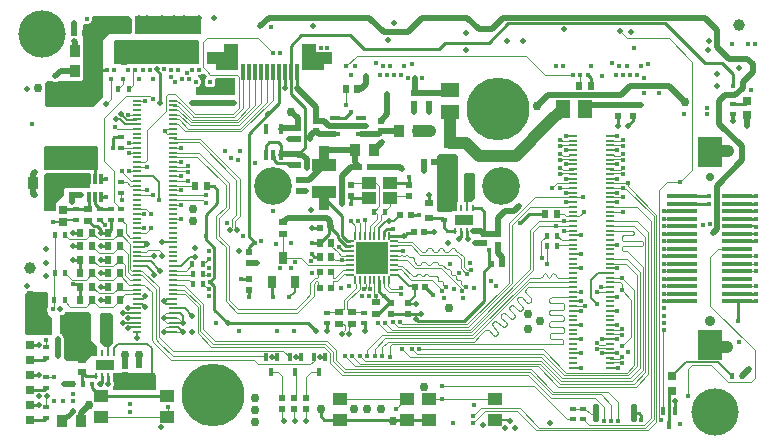
<source format=gbl>
G04*
G04 #@! TF.GenerationSoftware,Altium Limited,Altium Designer,23.3.1 (30)*
G04*
G04 Layer_Physical_Order=6*
G04 Layer_Color=16711680*
%FSLAX44Y44*%
%MOMM*%
G71*
G04*
G04 #@! TF.SameCoordinates,D45B20F3-F38D-42A2-87FA-560754FB767C*
G04*
G04*
G04 #@! TF.FilePolarity,Positive*
G04*
G01*
G75*
%ADD11C,0.2000*%
%ADD15C,0.1270*%
%ADD17R,0.6200X0.6200*%
%ADD21R,1.2000X1.0000*%
%ADD29R,0.5500X0.6500*%
%ADD30R,0.6500X0.5500*%
%ADD31R,1.0000X0.9000*%
%ADD32R,0.5500X0.4500*%
%ADD34R,0.6200X0.6200*%
%ADD35R,1.5000X1.3000*%
%ADD36R,0.4500X0.5500*%
%ADD48R,2.6000X0.9500*%
%ADD49R,0.9000X1.0000*%
%ADD98C,0.1143*%
%ADD99C,0.7500*%
%ADD100C,1.0000*%
%ADD102C,0.1092*%
%ADD103C,0.0889*%
%ADD104C,0.2540*%
%ADD105C,0.5080*%
%ADD106C,0.3810*%
%ADD107C,0.1524*%
%ADD108C,1.0160*%
%ADD109C,1.0000*%
%ADD110C,0.9000*%
%ADD111C,0.7000*%
%ADD112C,5.3000*%
%ADD114C,4.0000*%
%ADD115C,3.2000*%
%ADD116C,0.4064*%
%ADD117C,0.5080*%
%ADD118C,0.7620*%
%ADD129R,2.5000X0.3500*%
%ADD130R,2.0000X2.5000*%
%ADD131R,0.7000X0.1800*%
G04:AMPARAMS|DCode=132|XSize=0.55mm|YSize=1.5mm|CornerRadius=0.1375mm|HoleSize=0mm|Usage=FLASHONLY|Rotation=180.000|XOffset=0mm|YOffset=0mm|HoleType=Round|Shape=RoundedRectangle|*
%AMROUNDEDRECTD132*
21,1,0.5500,1.2250,0,0,180.0*
21,1,0.2750,1.5000,0,0,180.0*
1,1,0.2750,-0.1375,0.6125*
1,1,0.2750,0.1375,0.6125*
1,1,0.2750,0.1375,-0.6125*
1,1,0.2750,-0.1375,-0.6125*
%
%ADD132ROUNDEDRECTD132*%
%ADD133R,0.3000X0.9500*%
%ADD134R,0.3000X0.7100*%
%ADD135R,0.4000X0.9000*%
%ADD136R,3.4000X1.8500*%
%ADD137R,0.8000X0.6000*%
%ADD138R,1.6000X0.9000*%
%ADD139R,0.2800X0.5000*%
%ADD140R,0.8000X0.8000*%
%ADD141R,0.8000X2.0000*%
%ADD142R,1.0000X1.0000*%
%ADD143R,0.3050X1.4050*%
%ADD144R,1.3000X1.5000*%
%ADD145R,0.9000X0.4000*%
%ADD146R,0.5500X0.6000*%
%ADD147R,0.5200X0.5200*%
%ADD148R,0.5200X0.5200*%
%ADD149R,2.0000X1.0000*%
%ADD150O,0.7000X0.2000*%
%ADD151R,2.7000X2.7000*%
%ADD152O,0.2000X0.7000*%
%ADD153R,0.6500X1.1000*%
%ADD154R,0.6725X0.7154*%
%ADD155R,1.3000X0.8500*%
%ADD156R,0.5500X0.5500*%
%ADD157C,0.2032*%
%ADD158C,0.3000*%
%ADD159R,1.2500X2.3000*%
%ADD160R,2.6500X1.1000*%
%ADD161R,1.9500X1.6000*%
G36*
X-494220Y332930D02*
Y321120D01*
X-495300Y320040D01*
X-513080D01*
X-518160Y314960D01*
Y266192D01*
X-526034Y258318D01*
X-565658D01*
X-567436Y260096D01*
X-567436Y271834D01*
X-567182Y272447D01*
Y274973D01*
X-567436Y275586D01*
Y278638D01*
X-566166Y279908D01*
X-566166D01*
X-566166Y279908D01*
X-566166Y279908D01*
X-561101D01*
X-560782Y279695D01*
X-560282Y279595D01*
X-559810Y279400D01*
X-559300D01*
X-558800Y279300D01*
X-558300Y279400D01*
X-557789D01*
X-557318Y279595D01*
X-556818Y279695D01*
X-556499Y279908D01*
X-536956Y279908D01*
X-535178Y281686D01*
Y327679D01*
X-533908Y328528D01*
X-533039Y328168D01*
X-531221D01*
X-529540Y328864D01*
X-528254Y330150D01*
X-527558Y331831D01*
Y333649D01*
X-527586Y333716D01*
X-526880Y334772D01*
X-496062D01*
X-494220Y332930D01*
D02*
G37*
G36*
X-435864Y320595D02*
X-436419Y320040D01*
X-490580Y320040D01*
X-491490Y320950D01*
Y334821D01*
X-435864D01*
Y320595D01*
D02*
G37*
G36*
X-436889Y313699D02*
X-437051Y312881D01*
X-437051Y312881D01*
Y304904D01*
Y294640D01*
X-471324D01*
X-471937Y294894D01*
X-473959D01*
X-474572Y294640D01*
X-508690D01*
X-509270Y295220D01*
Y313690D01*
X-508000Y314960D01*
X-438150D01*
X-436889Y313699D01*
D02*
G37*
G36*
X-430819Y284122D02*
X-430979Y282486D01*
X-431755Y281711D01*
X-432451Y280030D01*
Y278211D01*
X-431755Y276531D01*
X-430469Y275245D01*
X-428788Y274549D01*
X-426969D01*
X-425289Y275245D01*
X-424003Y276531D01*
X-423307Y278211D01*
Y280030D01*
X-423716Y281017D01*
X-422920Y282288D01*
X-406651D01*
Y267970D01*
X-439420D01*
X-439879Y268429D01*
Y274549D01*
X-438969D01*
X-437289Y275245D01*
X-436003Y276531D01*
X-435307Y278211D01*
Y280030D01*
X-436003Y281711D01*
X-437289Y282997D01*
X-437706Y283170D01*
X-438066Y284094D01*
X-438044Y284684D01*
X-437724Y284963D01*
X-436044D01*
X-434364Y285659D01*
X-434273Y285750D01*
X-432447D01*
X-430819Y284122D01*
D02*
G37*
G36*
X-326860Y208965D02*
X-335860D01*
Y224965D01*
X-326860D01*
Y208965D01*
D02*
G37*
G36*
X-522478Y223774D02*
Y205232D01*
X-523195Y204515D01*
X-524587D01*
Y204470D01*
X-526507D01*
Y204515D01*
X-529563D01*
X-529587Y204520D01*
X-566420D01*
X-567309Y204343D01*
X-568706Y205740D01*
Y224028D01*
X-567690Y225044D01*
X-523748D01*
X-522478Y223774D01*
D02*
G37*
G36*
X-326860Y170465D02*
X-335860D01*
Y185965D01*
X-326860D01*
Y170465D01*
D02*
G37*
G36*
X-529587Y189935D02*
X-530683Y189515D01*
X-534587D01*
Y189230D01*
X-550383D01*
X-551653Y187960D01*
Y183677D01*
X-557530Y177800D01*
X-558546Y176784D01*
Y170688D01*
X-559054Y170180D01*
X-567436D01*
X-568350Y171094D01*
Y179730D01*
Y200000D01*
X-566420Y201930D01*
X-529587D01*
Y189935D01*
D02*
G37*
G36*
X-203136Y201104D02*
Y180554D01*
X-206438Y177252D01*
X-208998D01*
Y169752D01*
X-211118D01*
Y177252D01*
X-212558D01*
Y201422D01*
X-211796Y202184D01*
X-204216D01*
X-203136Y201104D01*
D02*
G37*
G36*
X-218186Y216568D02*
Y177252D01*
X-218998D01*
Y169752D01*
X-223098D01*
Y169418D01*
X-234188Y169418D01*
X-235712Y170942D01*
Y216154D01*
X-233934Y217932D01*
X-219550D01*
X-218186Y216568D01*
D02*
G37*
G36*
X-565150Y100330D02*
X-565150Y88750D01*
X-565658Y87523D01*
Y85705D01*
X-565150Y84478D01*
Y82550D01*
X-561340Y78740D01*
Y66040D01*
X-562610Y64770D01*
X-564174D01*
X-565401Y65278D01*
X-567219D01*
X-568446Y64770D01*
X-583184D01*
X-584708Y66294D01*
Y99822D01*
X-582930Y101600D01*
X-566420D01*
X-565150Y100330D01*
D02*
G37*
G36*
X-509778Y82296D02*
X-509778Y57912D01*
X-513080Y54610D01*
Y54525D01*
X-513220D01*
Y47498D01*
X-515340D01*
Y54525D01*
X-517024D01*
X-520700Y58201D01*
Y83058D01*
X-519938Y83820D01*
X-511302D01*
X-509778Y82296D01*
D02*
G37*
G36*
X-528828Y83058D02*
Y60452D01*
X-523494Y55118D01*
X-523494Y47244D01*
X-528320D01*
X-532892Y42672D01*
X-549195D01*
X-551434Y44911D01*
Y60198D01*
X-551525Y60289D01*
Y61404D01*
X-551688Y62226D01*
Y62478D01*
X-551785Y62712D01*
X-551919Y63386D01*
X-552301Y63958D01*
X-552461Y64346D01*
X-552758Y64642D01*
X-553041Y65066D01*
X-553106Y65131D01*
X-553530Y65414D01*
X-553890Y65775D01*
X-554362Y65970D01*
X-554736Y66220D01*
Y81534D01*
X-554234D01*
X-552366Y82307D01*
X-550937Y83736D01*
X-550587Y84582D01*
X-530352D01*
X-528828Y83058D01*
D02*
G37*
G36*
X-473202Y31242D02*
Y19558D01*
X-474726Y18034D01*
X-509016D01*
X-510286Y19304D01*
Y20051D01*
X-509973Y20363D01*
X-509200Y22231D01*
Y24251D01*
X-509973Y26119D01*
X-510286Y26431D01*
Y32945D01*
X-506240D01*
Y33020D01*
X-474980D01*
X-473202Y31242D01*
D02*
G37*
D11*
X-269063Y116155D02*
X-259618Y106710D01*
X-271970Y116155D02*
X-269063D01*
X-259618Y106710D02*
X-255990D01*
X-254690Y105410D01*
X-318770Y139700D02*
X-315225Y136155D01*
X-309470D01*
X-260350Y92130D02*
X-259090Y90870D01*
X-253605D01*
X-276720Y161290D02*
X-271780D01*
X-278638D02*
X-276720D01*
X-271780D02*
X-266700Y166370D01*
X-284720Y155208D02*
X-278638Y161290D01*
X-271970Y136155D02*
X-264160D01*
X-260350Y92130D02*
X-254690Y97790D01*
Y105410D01*
X-284720Y148905D02*
Y155208D01*
D15*
X-507738Y247911D02*
X-503787D01*
X-499667Y243792D01*
X-498300Y247094D02*
X-493459D01*
X-499667Y243792D02*
X-493459D01*
X-503428Y252222D02*
X-498300Y247094D01*
X33835Y156919D02*
X34036Y156718D01*
X18632Y150770D02*
X18833Y150569D01*
X-490245Y243708D02*
X-489980Y243443D01*
X33835Y150569D02*
X34036Y150368D01*
X18833Y150569D02*
X33835D01*
X18632Y157120D02*
X18833Y156919D01*
X33835D01*
X-493375Y247178D02*
X-490245D01*
X-493459Y247094D02*
X-493375Y247178D01*
X-490245D02*
X-489980Y247443D01*
X-493459Y243792D02*
X-493375Y243708D01*
X-490245D01*
D17*
X-189738Y124714D02*
D03*
X-180738D02*
D03*
X-246454Y152400D02*
D03*
X-255455D02*
D03*
X-334590Y155555D02*
D03*
X-325590D02*
D03*
X-245690Y105410D02*
D03*
X-254690D02*
D03*
X-257700Y166370D02*
D03*
X-266700D02*
D03*
X-301570Y207625D02*
D03*
X-292570D02*
D03*
X-325590Y104755D02*
D03*
X-334590D02*
D03*
X-325590Y118725D02*
D03*
X-334590D02*
D03*
X-542870Y320655D02*
D03*
X-533870D02*
D03*
D21*
X-292870Y193805D02*
D03*
X-275870Y180805D02*
D03*
X-292870D02*
D03*
X-275870Y193805D02*
D03*
X-317450Y10385D02*
D03*
Y-6615D02*
D03*
X-261450Y10385D02*
D03*
Y-6615D02*
D03*
X-519888Y12925D02*
D03*
Y-4075D02*
D03*
X-463888Y12925D02*
D03*
Y-4075D02*
D03*
X-242520Y10385D02*
D03*
Y-6615D02*
D03*
X-186520Y10385D02*
D03*
Y-6615D02*
D03*
D29*
X-144112Y167386D02*
D03*
X-134112D02*
D03*
X-527507Y128805D02*
D03*
X-537507D02*
D03*
X-537507Y140235D02*
D03*
X-527507D02*
D03*
X-335090Y131425D02*
D03*
X-325090D02*
D03*
X-335090Y142855D02*
D03*
X-325090D02*
D03*
X-504393Y117375D02*
D03*
X-514393D02*
D03*
X-504393Y105945D02*
D03*
X-514393D02*
D03*
X-537507Y151665D02*
D03*
X-527507D02*
D03*
X-504393Y128805D02*
D03*
X-514393D02*
D03*
X-537507Y105945D02*
D03*
X-527507D02*
D03*
X-504393Y151665D02*
D03*
X-514393D02*
D03*
X-504393Y94515D02*
D03*
X-514393D02*
D03*
X-537507Y117375D02*
D03*
X-527507D02*
D03*
X-504393Y140235D02*
D03*
X-514393D02*
D03*
X-537507Y94515D02*
D03*
X-527507D02*
D03*
X-115490Y275844D02*
D03*
X-105490D02*
D03*
X-313122Y273050D02*
D03*
X-303122D02*
D03*
X-440356Y191008D02*
D03*
X-430356D02*
D03*
D30*
X-535830Y33635D02*
D03*
Y43635D02*
D03*
X-365650Y160555D02*
D03*
Y150555D02*
D03*
X-287020Y82745D02*
D03*
Y92745D02*
D03*
X-307230Y84355D02*
D03*
Y74355D02*
D03*
X-318660Y84355D02*
D03*
Y74355D02*
D03*
X-531047Y171905D02*
D03*
Y161905D02*
D03*
D31*
X-224790Y211710D02*
D03*
Y227710D02*
D03*
D32*
X-111760Y-6460D02*
D03*
Y2540D02*
D03*
X-120650Y2540D02*
D03*
Y-6460D02*
D03*
X-502920Y223592D02*
D03*
Y232592D02*
D03*
X14986Y260968D02*
D03*
Y251968D02*
D03*
X-502810Y162485D02*
D03*
Y171485D02*
D03*
X-566310Y45645D02*
D03*
Y54645D02*
D03*
Y20245D02*
D03*
Y29245D02*
D03*
Y-5155D02*
D03*
Y3845D02*
D03*
X-297070Y83855D02*
D03*
Y74855D02*
D03*
X-328820Y83855D02*
D03*
Y74855D02*
D03*
X-230124Y171632D02*
D03*
Y162632D02*
D03*
X-520887Y162405D02*
D03*
Y171405D02*
D03*
X-511997Y171405D02*
D03*
Y162405D02*
D03*
X-541207Y171405D02*
D03*
Y162405D02*
D03*
X-502810Y194345D02*
D03*
Y185345D02*
D03*
D34*
X-353568Y239915D02*
D03*
Y230915D02*
D03*
X-353568Y217860D02*
D03*
Y208860D02*
D03*
X-242570Y269930D02*
D03*
Y260930D02*
D03*
X-255270D02*
D03*
Y269930D02*
D03*
X-414110Y261545D02*
D03*
Y270545D02*
D03*
X-425340Y261545D02*
D03*
Y270545D02*
D03*
X-435610Y261545D02*
D03*
Y270545D02*
D03*
X-488188Y30552D02*
D03*
Y39552D02*
D03*
X-274320Y82745D02*
D03*
Y91745D02*
D03*
X-260350Y92130D02*
D03*
Y83130D02*
D03*
X-352552Y187305D02*
D03*
Y196305D02*
D03*
X-258970Y191805D02*
D03*
Y182805D02*
D03*
X-308500Y182805D02*
D03*
Y191805D02*
D03*
X-184150Y141296D02*
D03*
Y150296D02*
D03*
X-544830Y183460D02*
D03*
Y192460D02*
D03*
X-394970Y112450D02*
D03*
Y103450D02*
D03*
Y126310D02*
D03*
Y135310D02*
D03*
X-337710Y237415D02*
D03*
Y246415D02*
D03*
X-283100Y237415D02*
D03*
Y246415D02*
D03*
X-69850Y250770D02*
D03*
Y259770D02*
D03*
X-82550D02*
D03*
Y250770D02*
D03*
D35*
X-224790Y272390D02*
D03*
Y253390D02*
D03*
D36*
X-505642Y273050D02*
D03*
X-496642D02*
D03*
X-442650Y116586D02*
D03*
X-433650D02*
D03*
X-142820Y149205D02*
D03*
X-133820D02*
D03*
X22788Y30480D02*
D03*
X13788D02*
D03*
X-133820Y140315D02*
D03*
X-142820D02*
D03*
X-433880Y124775D02*
D03*
X-442880D02*
D03*
X-433650Y108458D02*
D03*
X-442650D02*
D03*
X-544140Y23475D02*
D03*
X-535140D02*
D03*
X-559867Y94515D02*
D03*
X-550867D02*
D03*
X-559490Y117375D02*
D03*
X-550490D02*
D03*
X-559490Y149860D02*
D03*
X-550490D02*
D03*
X-279870Y169525D02*
D03*
X-288870D02*
D03*
D48*
X-478680Y299035D02*
D03*
Y327035D02*
D03*
X-449470Y299035D02*
D03*
Y327035D02*
D03*
D49*
X-289070Y221595D02*
D03*
X-305070D02*
D03*
X-552974Y-8021D02*
D03*
X-536974D02*
D03*
X-549784Y73152D02*
D03*
X-565784D02*
D03*
X-561468Y193335D02*
D03*
X-577468D02*
D03*
X-526560Y288905D02*
D03*
X-542560D02*
D03*
X-526560Y305415D02*
D03*
X-542560D02*
D03*
X-268122Y237415D02*
D03*
X-252122D02*
D03*
D98*
X-135234Y115284D02*
X-133393Y113443D01*
X-135234Y115974D02*
X-137076Y117816D01*
X-138917Y115974D01*
X-142600Y115249D02*
X-140759Y113407D01*
X-138917Y115249D01*
X-142600Y115974D02*
X-144442Y117816D01*
X-146283Y115974D01*
X-148125Y113443D02*
X-146283Y115284D01*
X-160079Y103827D02*
X-160805Y102075D01*
X-160079Y100324D01*
X-156461Y93203D02*
X-155735Y94954D01*
X-156461Y96705D01*
X-159963Y93203D02*
X-158212Y92478D01*
X-156461Y93203D01*
X-163590Y96830D02*
X-165341Y97556D01*
X-167093Y96830D01*
X-167093Y96830D02*
X-167818Y95079D01*
X-167093Y93328D01*
X-163465Y86199D02*
X-162740Y87950D01*
X-163465Y89701D01*
X-166968Y86199D02*
X-165216Y85473D01*
X-163465Y86199D01*
X-170595Y89826D02*
X-172346Y90551D01*
X-174097Y89826D01*
X-174823Y88075D01*
X-174097Y86323D01*
X-170470Y79194D02*
X-169744Y80945D01*
X-170470Y82696D01*
X-173972Y79194D02*
X-172221Y78468D01*
X-170470Y79194D01*
X-177600Y82821D02*
X-179351Y83547D01*
X-181102Y82821D01*
X-181827Y81070D01*
X-181102Y79319D01*
X-177474Y72189D02*
X-176749Y73940D01*
X-177474Y75692D01*
X-180977Y72189D02*
X-179226Y71464D01*
X-177474Y72189D01*
X-184604Y75817D02*
X-186355Y76542D01*
X-188106Y75817D01*
X-188106Y75817D02*
X-188832Y74065D01*
X-188106Y72314D01*
X-184479Y65185D02*
X-183754Y66936D01*
X-184479Y68687D01*
X-187981Y65185D02*
X-186230Y64459D01*
X-184479Y65185D01*
X-191600Y68804D02*
X-193351Y69529D01*
X-195103Y68804D01*
X-497095Y251443D02*
X-489980D01*
X-497224Y251314D02*
X-497095Y251443D01*
X-126327Y165443D02*
X-115481D01*
X-120230Y181443D02*
X-111760D01*
X-152821D02*
X-120230D01*
X-174709Y159555D02*
X-152821Y181443D01*
X-174709Y109342D02*
Y159555D01*
X-210010Y74041D02*
X-174709Y109342D01*
X-265106Y74041D02*
X-210010D01*
X-267265Y76200D02*
X-265106Y74041D01*
X-151671Y105443D02*
X-120230D01*
X-89430Y169443D02*
X-78486D01*
X-110271Y89443D02*
X-109982Y89154D01*
X-120230Y89443D02*
X-110271D01*
X-89430Y161443D02*
X-66420D01*
X-56896Y151919D01*
Y31750D02*
Y151919D01*
X-67310Y21336D02*
X-56896Y31750D01*
X-133350Y21336D02*
X-67310D01*
X-150368Y38354D02*
X-133350Y21336D01*
X-305054Y38354D02*
X-150368D01*
X-313690Y46990D02*
X-305054Y38354D01*
X-138666Y97443D02*
X-120230D01*
X-140462Y95647D02*
X-138666Y97443D01*
X-140462Y92879D02*
Y95647D01*
Y92879D02*
X-139277Y91694D01*
X-129032D01*
X-128270Y90932D01*
Y87376D02*
Y90932D01*
X-129286Y86360D02*
X-128270Y87376D01*
X-139277Y86360D02*
X-129286D01*
X-140462Y85176D02*
X-139277Y86360D01*
X-140462Y82696D02*
Y85176D01*
Y82696D02*
X-139554Y81788D01*
X-129631D01*
X-128270Y80427D01*
Y77978D02*
Y80427D01*
X-129794Y76454D02*
X-128270Y77978D01*
X-139192Y76454D02*
X-129794D01*
X-140462Y75184D02*
X-139192Y76454D01*
X-140462Y72898D02*
Y75184D01*
Y72898D02*
X-139192Y71628D01*
X-129540D01*
X-128524Y70612D01*
Y67310D02*
Y70612D01*
X-129286Y66548D02*
X-128524Y67310D01*
X-139103Y66548D02*
X-129286D01*
X-140208Y65443D02*
X-139103Y66548D01*
X-140208Y62230D02*
Y65443D01*
Y62230D02*
X-139192Y61214D01*
X-129794D01*
X-129032Y60452D01*
Y57749D02*
Y60452D01*
X-129631Y57150D02*
X-129032Y57749D01*
X-273734Y57150D02*
X-129631D01*
X-275590Y55294D02*
X-273734Y57150D01*
X-275590Y46736D02*
Y55294D01*
X-134620Y157443D02*
X-120230D01*
X-128270Y153443D02*
X-120230D01*
X-78592Y189336D02*
X-78486Y189230D01*
X-89324Y189336D02*
X-78592D01*
X-89430Y189443D02*
X-89324Y189336D01*
X-89430Y125443D02*
X-75310D01*
X-66040Y116173D01*
Y38539D02*
Y116173D01*
X-73591Y30988D02*
X-66040Y38539D01*
X-74163Y30988D02*
X-73591D01*
X-74290Y30861D02*
X-74163Y30988D01*
X-127889Y30861D02*
X-74290D01*
X-146050Y49022D02*
X-127889Y30861D01*
X-252222Y49022D02*
X-146050D01*
X-256540Y53340D02*
X-252222Y49022D01*
X-128270Y167386D02*
X-126327Y165443D01*
X-134112Y167386D02*
X-128270D01*
X-89430Y129443D02*
X-75193D01*
X-63754Y118004D01*
Y36830D02*
Y118004D01*
X-71882Y28702D02*
X-63754Y36830D01*
X-129540Y28702D02*
X-71882D01*
X-147574Y46736D02*
X-129540Y28702D01*
X-258629Y46736D02*
X-147574D01*
X-265233Y53340D02*
X-258629Y46736D01*
X-265430Y53340D02*
X-265233D01*
X-156757Y173443D02*
X-120230D01*
X-172212Y157988D02*
X-156757Y173443D01*
X-172212Y108607D02*
Y157988D01*
X-209063Y71755D02*
X-172212Y108607D01*
X-268615Y71755D02*
X-209063D01*
X-273060Y76200D02*
X-268615Y71755D01*
X-158014Y109443D02*
X-120230D01*
X-204846Y62611D02*
X-158014Y109443D01*
X-204851Y62611D02*
X-204846D01*
X-205232Y62230D02*
X-204851Y62611D01*
X-279400Y62230D02*
X-205232D01*
X-288290Y53340D02*
X-279400Y62230D01*
X-288290Y46990D02*
Y53340D01*
X-132692Y141443D02*
X-120230D01*
X-133820Y140315D02*
X-132692Y141443D01*
X-89430Y193443D02*
X-74168D01*
X-79100Y102870D02*
Y107950D01*
X-80592Y109443D02*
X-79100Y107950D01*
X-89430Y109443D02*
X-80592D01*
X-120336Y189336D02*
X-120230Y189443D01*
X-131068Y189336D02*
X-120336D01*
X-131174Y189230D02*
X-131068Y189336D01*
X-78570Y181526D02*
X-78486Y181610D01*
X-89346Y181526D02*
X-78570D01*
X-89430Y181443D02*
X-89346Y181526D01*
X-128270Y161443D02*
X-120230D01*
X-89430Y153443D02*
X-70230D01*
X-69217Y152429D01*
Y150493D02*
Y152429D01*
X-70358Y149352D02*
X-69217Y150493D01*
X-77978Y149352D02*
X-70358D01*
X-79100Y148230D02*
X-77978Y149352D01*
X-79100Y145796D02*
Y148230D01*
Y145796D02*
X-78084Y144780D01*
X-62484D01*
X-61468Y143764D01*
Y141194D02*
Y143764D01*
X-62453Y140208D02*
X-61468Y141194D01*
X-78084Y140208D02*
X-62453D01*
X-79100Y139192D02*
X-78084Y140208D01*
X-79100Y136674D02*
Y139192D01*
Y136674D02*
X-78570Y136144D01*
X-75184D01*
X-61468Y122428D01*
Y35306D02*
Y122428D01*
X-70612Y26162D02*
X-61468Y35306D01*
X-130556Y26162D02*
X-70612D01*
X-147320Y42926D02*
X-130556Y26162D01*
X-296926Y42926D02*
X-147320D01*
X-300990Y46990D02*
X-296926Y42926D01*
X-300990Y46990D02*
X-300990D01*
X-89430Y157443D02*
X-68543D01*
X-59182Y148082D01*
Y33274D02*
Y148082D01*
X-68580Y23876D02*
X-59182Y33274D01*
X-131826Y23876D02*
X-68580D01*
X-148590Y40640D02*
X-131826Y23876D01*
X-300880Y40640D02*
X-148590D01*
X-307230Y46990D02*
X-300880Y40640D01*
X-100330Y101443D02*
X-89430D01*
X-96520Y105443D02*
X-89430D01*
X-115481Y165443D02*
X-111506Y169418D01*
X-89430Y173443D02*
X-66693D01*
X-54483Y161233D01*
Y-5456D02*
Y161233D01*
X-60328Y-11301D02*
X-54483Y-5456D01*
X-106919Y-11301D02*
X-60328D01*
X-111760Y-6460D02*
X-106919Y-11301D01*
X-133860Y193443D02*
X-120230D01*
X-138072Y189230D02*
X-133860Y193443D01*
X-120230Y101443D02*
X-114046D01*
X-89430Y113443D02*
X-79100D01*
X-124633D02*
X-120230D01*
X-130058Y145443D02*
X-120230D01*
X-133820Y149205D02*
X-130058Y145443D01*
X-68580Y39624D02*
Y102923D01*
X-52324Y-6350D02*
Y165354D01*
X-50038Y-8382D02*
Y166878D01*
X-47752Y-5334D02*
Y187960D01*
X-44370Y19320D02*
Y68237D01*
X-3937Y39751D02*
X10403Y25411D01*
X-19939Y39751D02*
X-3937D01*
X-23368Y36322D02*
X-19939Y39751D01*
X-23368Y19320D02*
Y36322D01*
X-4572Y89916D02*
X33274Y52070D01*
Y28702D02*
Y52070D01*
X-71120Y63246D02*
Y94890D01*
X-78740Y55626D02*
X-71120Y63246D01*
X-4572Y89916D02*
Y131318D01*
X-47752Y187960D02*
X-40894Y194818D01*
X-79100Y113443D02*
X-68580Y102923D01*
X-79100Y102870D02*
X-71120Y94890D01*
X-75829Y188859D02*
X-52324Y165354D01*
X-73871Y190711D02*
X-50038Y166878D01*
X-19558Y204404D02*
Y256820D01*
X-4572Y131318D02*
X2180Y138070D01*
X-29652Y194310D02*
X-19558Y204404D01*
X-75184Y33020D02*
X-68580Y39624D01*
X29983Y25411D02*
X33274Y28702D01*
X10403Y25411D02*
X29983D01*
X-73871Y190711D02*
Y193146D01*
X-501904Y277288D02*
Y281774D01*
X-505642Y273550D02*
X-501904Y277288D01*
X-505642Y273050D02*
Y273550D01*
X-493196Y276996D02*
Y287515D01*
X-496642Y273550D02*
X-493196Y276996D01*
X-496642Y273050D02*
Y273550D01*
X-493196Y287515D02*
X-490954Y289757D01*
X-133393Y113443D02*
X-124633D01*
X-135234Y115284D02*
Y115974D01*
X-138917Y115249D02*
Y115974D01*
X-142600Y115249D02*
Y115974D01*
X-146283Y115284D02*
Y115974D01*
X-148696Y113443D02*
X-148125D01*
X-157067D02*
X-148696D01*
X-19558Y256820D02*
Y296418D01*
X-75184Y316484D02*
X-39624D01*
X-19558Y296418D01*
X-242520Y10385D02*
X-186520D01*
X-250698Y53086D02*
X-146304D01*
X-126238Y33020D01*
X-198628Y2794D02*
X-165608D01*
X-149354Y-13460D02*
X-59434D01*
X-165608Y2794D02*
X-149354Y-13460D01*
X-195326Y508D02*
X-167894D01*
X-151767Y-15619D02*
X-57275D01*
X-167894Y508D02*
X-151767Y-15619D01*
X-204978Y-9144D02*
X-195326Y508D01*
X-204978Y-3556D02*
X-198628Y2794D01*
X-57275Y-15619D02*
X-50038Y-8382D01*
X-231648Y21590D02*
X-153670D01*
X-158496Y30988D02*
X-139192Y11684D01*
X-315976Y30988D02*
X-158496D01*
X-326136Y41148D02*
X-315976Y30988D01*
X-157041Y33274D02*
X-138499Y14732D01*
X-314198Y33274D02*
X-157041D01*
X-323850Y42926D02*
X-314198Y33274D01*
X-313436Y35814D02*
X-156210D01*
X-137414Y17018D01*
X-321564Y43942D02*
X-313436Y35814D01*
X-139192Y11684D02*
X-101910D01*
X-94488Y4262D01*
X-82042Y-7620D02*
Y8276D01*
X-82296Y-7620D02*
X-82042D01*
X-90784Y17018D02*
X-82042Y8276D01*
X-88646Y-7620D02*
X-88392Y-7366D01*
Y6096D01*
X-94488Y-7620D02*
Y4262D01*
X-102356Y-2286D02*
X-101340Y-1270D01*
X-105664Y-2286D02*
X-102356D01*
X-110490Y2540D02*
X-105664Y-2286D01*
X-111760Y2540D02*
X-110490D01*
X-138499Y14732D02*
X-97028D01*
X-88392Y6096D01*
X-137414Y17018D02*
X-90784D01*
X-59434Y-13460D02*
X-52324Y-6350D01*
X-47752Y-5334D02*
X-45720Y-7366D01*
X-23368Y12954D02*
Y19320D01*
X18632Y125370D02*
X34036D01*
X-158463Y105443D02*
X-151671D01*
X-160079Y103827D02*
X-158463Y105443D01*
X-160079Y100324D02*
X-156461Y96705D01*
X-163590Y96830D02*
X-159963Y93203D01*
X-167093Y96830D02*
X-167093Y96830D01*
Y93328D02*
X-163465Y89701D01*
X-170595Y89826D02*
X-166968Y86199D01*
X-174097Y86323D02*
X-170470Y82696D01*
X-177600Y82821D02*
X-173972Y79194D01*
X-181102Y79319D02*
X-177474Y75691D01*
X-184604Y75817D02*
X-180977Y72189D01*
X-188106Y75817D02*
X-188106Y75817D01*
Y72314D02*
X-184479Y68687D01*
X-191600Y68804D02*
X-187981Y65185D01*
X-191600Y68804D02*
X-191600Y68804D01*
X-199009Y64897D02*
X-195103Y68804D01*
X-204470Y59436D02*
X-199009Y64897D01*
X-277114Y59436D02*
X-204470D01*
X-281940Y64770D02*
X-205740D01*
X-157067Y113443D01*
X-125620Y-6460D02*
X-120650D01*
X-153670Y21590D02*
X-125620Y-6460D01*
X-126238Y33020D02*
X-75184D01*
X-120650Y2540D02*
X-111760D01*
X-303778Y301250D02*
X-232664D01*
X-160280D01*
X-312420Y292608D02*
X-303778Y301250D01*
X-160280D02*
X-156200Y297170D01*
X2180Y138070D02*
X18632D01*
X-44370Y1020D02*
Y19320D01*
Y68237D02*
X-43556Y69051D01*
X-321564Y43942D02*
Y52070D01*
X-450089Y107443D02*
X-433832Y91186D01*
Y70104D02*
Y91186D01*
X-459180Y107443D02*
X-450089D01*
X-423418Y59690D02*
X-329184D01*
X-321564Y52070D01*
X-433832Y70104D02*
X-423418Y59690D01*
X-330269Y57404D02*
X-323850Y50985D01*
Y42926D02*
Y50985D01*
X-459180Y103443D02*
X-449519D01*
X-436118Y90041D01*
Y68072D02*
X-425450Y57404D01*
X-330269D01*
X-436118Y68072D02*
Y90041D01*
X-331216Y55118D02*
X-326136Y50038D01*
Y41148D02*
Y50038D01*
X-459180Y99443D02*
X-448947D01*
X-438404Y88900D01*
Y66294D02*
X-427228Y55118D01*
X-331216D01*
X-438404Y66294D02*
Y88900D01*
X-459486Y51816D02*
X-366221D01*
X-471170Y63500D02*
X-459486Y51816D01*
X-366221D02*
X-360490Y46085D01*
X-459180Y111443D02*
X-445453D01*
X-442650Y108458D02*
Y108640D01*
X-445453Y111443D02*
X-442650Y108640D01*
X-429033Y104675D02*
X-428498Y104140D01*
X-430367Y104675D02*
X-429033D01*
X-433650Y107958D02*
X-430367Y104675D01*
X-433650Y107958D02*
Y108458D01*
X-433904Y116332D02*
X-433650Y116586D01*
X-432988Y115570D02*
X-428498D01*
X-433065Y115493D02*
X-432988Y115570D01*
X-433904Y116332D02*
X-433065Y115493D01*
X-459180Y115443D02*
X-443793D01*
X-442650Y116586D01*
X18632Y131720D02*
X34036D01*
X-459486Y47244D02*
X-381969D01*
X-470662Y58420D02*
X-459486Y47244D01*
X-381969D02*
X-380810Y46085D01*
X-460756Y44196D02*
X-390541D01*
X-474980Y58420D02*
X-460756Y44196D01*
X-390541D02*
X-386985Y40640D01*
X-142748Y140036D02*
X-142644Y140139D01*
X-142748Y125222D02*
Y140036D01*
X-147320Y130302D02*
X-146812Y129794D01*
X-147320Y130302D02*
Y144205D01*
X-142820Y148705D02*
Y149205D01*
X-147320Y144205D02*
X-142820Y148705D01*
Y140315D02*
X-142644Y140139D01*
X-477012Y60452D02*
X-474980Y58420D01*
X-483363Y107443D02*
X-477012Y101092D01*
Y60452D02*
Y101092D01*
X-473710Y61468D02*
X-470662Y58420D01*
X-473710Y61468D02*
Y103659D01*
X-471170Y63500D02*
Y105410D01*
X-429115Y129540D02*
X-428498D01*
X-433880Y124775D02*
X-429115Y129540D01*
X-464820Y254863D02*
Y267541D01*
X-481330Y238354D02*
X-464820Y254863D01*
Y267541D02*
X-463121Y269240D01*
X-459180Y195443D02*
X-446786D01*
X-481900Y171443D02*
X-477900Y167443D01*
X-489980Y171443D02*
X-481900D01*
X-489980Y183443D02*
X-476250D01*
X-489980Y187443D02*
X-481152D01*
X-481900Y151443D02*
X-477900Y155443D01*
X-489980Y151443D02*
X-481900D01*
X-502767Y203047D02*
Y203443D01*
Y203047D02*
X-495163Y195443D01*
X-489980D01*
X-315895Y128155D02*
X-309470D01*
X-322320D02*
X-315895D01*
X-433879Y291669D02*
Y304904D01*
Y312881D01*
X-430530Y316230D01*
X-433879Y291669D02*
X-430680Y288470D01*
X-427670Y285460D02*
X-407670D01*
X-430680Y288470D02*
X-430680D01*
X-427670Y285460D01*
X-407670D02*
X-405172D01*
X-403479Y257337D02*
Y283767D01*
X-405172Y285460D02*
X-403479Y283767D01*
X-430530Y316230D02*
X-387350D01*
X-374650Y303530D01*
X-408657Y252159D02*
X-403479Y257337D01*
X-440412Y252159D02*
X-408657D01*
X-442058Y249682D02*
X-407122D01*
X-399620Y257184D02*
Y287635D01*
X-407122Y249682D02*
X-399620Y257184D01*
X-442468Y247396D02*
X-405384D01*
X-394620Y258160D01*
X-443368Y247396D02*
X-442468D01*
X-394620Y258160D02*
Y287635D01*
X-404192Y245110D02*
X-389620Y259682D01*
X-442468Y245110D02*
X-404192D01*
X-389620Y259682D02*
Y287635D01*
X-384620Y261302D02*
Y287635D01*
X-442468Y242570D02*
X-403352D01*
X-384620Y261302D01*
X-442468Y239776D02*
X-402267D01*
X-379620Y262423D02*
Y287635D01*
X-402267Y239776D02*
X-379620Y262423D01*
X-401320Y237490D02*
X-374620Y264190D01*
X-442468Y237490D02*
X-401320D01*
X-374620Y264190D02*
Y287635D01*
X-457494Y269240D02*
X-440412Y252159D01*
X-463121Y269240D02*
X-457494D01*
X-452726Y260350D02*
X-442468Y250092D01*
X-442058Y249682D01*
X-459180Y263443D02*
X-458915Y263178D01*
X-455553D02*
X-452726Y260350D01*
X-458915Y263178D02*
X-455553D01*
X-459180Y259443D02*
X-458915Y259178D01*
X-455150D01*
X-443368Y247396D01*
X-444315Y245110D02*
X-442468D01*
X-454637Y255432D02*
X-444315Y245110D01*
X-445008Y242570D02*
X-442468D01*
X-453881Y251443D02*
X-445008Y242570D01*
X-446376Y239776D02*
X-442468D01*
X-454042Y247443D02*
X-446376Y239776D01*
X-448732Y237490D02*
X-442468D01*
X-454655Y243414D02*
X-448732Y237490D01*
X-481330Y213360D02*
Y238354D01*
X-483247Y211443D02*
X-481330Y213360D01*
X-489980Y211443D02*
X-483247D01*
X-475996Y264922D02*
Y265032D01*
X-478680Y267716D02*
X-475996Y265032D01*
X-498602Y267716D02*
X-478680D01*
X-517398Y248920D02*
X-498602Y267716D01*
X-517398Y212090D02*
Y248920D01*
X-516128Y260604D02*
Y260858D01*
X-512064Y264922D02*
Y281551D01*
X-516128Y260858D02*
X-512064Y264922D01*
X-489980Y207443D02*
X-481330D01*
X-517398Y212090D02*
X-509270Y203962D01*
Y177945D02*
X-504925Y173600D01*
X-509270Y177945D02*
Y203962D01*
X-503310Y171485D02*
X-502810D01*
X-504925Y173100D02*
X-503310Y171485D01*
X-504925Y173100D02*
Y173600D01*
X-30226Y194310D02*
X-29652D01*
X-40894Y194818D02*
X-30734D01*
X-30226Y194310D01*
X-80772Y322072D02*
X-75184Y316484D01*
X-463806Y4062D02*
X-463804Y4064D01*
X-463888Y-4075D02*
X-463806Y-3993D01*
Y4062D01*
X-561086Y87370D02*
X-559867Y88589D01*
X-561086Y86614D02*
Y87370D01*
X-559867Y88589D02*
Y116998D01*
X-502810Y179214D02*
Y185345D01*
Y179214D02*
X-502666Y179070D01*
X-566310Y54645D02*
Y60706D01*
Y29245D02*
X-559597D01*
X-559562Y29210D01*
X-566310Y13064D02*
X-566166Y13208D01*
X-566310Y3845D02*
Y13064D01*
X-156200Y297170D02*
X-143877Y284847D01*
X-120650D01*
X-313122Y259334D02*
Y273050D01*
X-442468Y183443D02*
X-431546D01*
X-459180D02*
X-442468D01*
Y179443D02*
X-433951D01*
X-459180D02*
X-442468D01*
X-433951D02*
X-431546Y177038D01*
X-498383Y194345D02*
X-495481Y191443D01*
X-489980D01*
X-502810Y194345D02*
X-498383D01*
X-489966Y167443D02*
X-483613D01*
X-489980Y155443D02*
X-483627D01*
X-459180Y163443D02*
X-452827D01*
X-458978Y175443D02*
X-452625D01*
X-458978Y187443D02*
X-452625D01*
X-459180Y199443D02*
X-452827D01*
X-459180Y211443D02*
X-452827D01*
X-459180Y223443D02*
X-452827D01*
X-496333Y203443D02*
X-489980D01*
X-496333Y219443D02*
X-489980D01*
X-496333Y227443D02*
X-489980D01*
X-508254Y241300D02*
X-506397Y239443D01*
X-489980D01*
Y263443D02*
X-482600D01*
X-502920Y223592D02*
X-502771Y223443D01*
X-489980D01*
X-547180Y146050D02*
X-533122D01*
X-548875Y147745D02*
X-547180Y146050D01*
X-550490Y149360D02*
X-548875Y147745D01*
X-550490Y149360D02*
Y149860D01*
X-533122Y146050D02*
X-527507Y151665D01*
X-559490Y117375D02*
Y149860D01*
X-495169Y147443D02*
X-489980D01*
X-499110Y151384D02*
X-495169Y147443D01*
X-499110Y151384D02*
Y158785D01*
X-502810Y162485D02*
X-499110Y158785D01*
X-471170Y137160D02*
X-468630Y134620D01*
Y132080D02*
Y134620D01*
X-480060Y137160D02*
X-471170D01*
X-477726Y131443D02*
X-475819Y133350D01*
X-481777Y135443D02*
X-480060Y137160D01*
X-489980Y135443D02*
X-481777D01*
X-474980Y132080D02*
Y132511D01*
X-475819Y133350D02*
X-474980Y132511D01*
X-489980Y131443D02*
X-477726D01*
X-489980Y119443D02*
X-485203D01*
X-471170Y105410D01*
X-485494Y115443D02*
X-473710Y103659D01*
X-489980Y115443D02*
X-485494D01*
X-489980Y107443D02*
X-483363D01*
X-448213Y119443D02*
X-442880Y124775D01*
X-459180Y119443D02*
X-448213D01*
X-342900Y40640D02*
X-340170Y43370D01*
X-386985Y40640D02*
X-342900D01*
X-340170Y43370D02*
Y46085D01*
X-504393Y115773D02*
X-496063Y107443D01*
X-504393Y115773D02*
Y117375D01*
X-496063Y107443D02*
X-489980D01*
X-281940Y54610D02*
X-277114Y59436D01*
X-281940Y46990D02*
Y54610D01*
X-294640Y52070D02*
X-281940Y64770D01*
X-294640Y46990D02*
Y52070D01*
X-296720Y148905D02*
Y162052D01*
X-302514Y161798D02*
X-300720Y160004D01*
Y148905D02*
Y160004D01*
X-308610Y161544D02*
X-304720Y157654D01*
Y148905D02*
Y157654D01*
X-277973Y67183D02*
X-207170D01*
X-285720Y74930D02*
X-277973Y67183D01*
X-280244Y74930D02*
X-279400D01*
X-273939Y69469D01*
X-344731Y124155D02*
X-309470D01*
X-351072Y130495D02*
X-344731Y124155D01*
X-365650Y130495D02*
X-351072D01*
X-317018Y132155D02*
X-314470D01*
X-319786Y134923D02*
X-317018Y132155D01*
X-325090Y140226D02*
Y142855D01*
Y140226D02*
X-319786Y134923D01*
X-314470Y132155D02*
X-309470D01*
X-287020Y92745D02*
Y97790D01*
X-288720Y99490D02*
X-287020Y97790D01*
X-288720Y99490D02*
Y111405D01*
X-262665Y10385D02*
X-261450D01*
X-317450D02*
X-262665D01*
X-270510Y2540D02*
X-262665Y10385D01*
X-208117Y69469D02*
X-156718Y120868D01*
X-273939Y69469D02*
X-208117D01*
X-207170Y67183D02*
X-154432Y119921D01*
X-156718Y120868D02*
Y153672D01*
X-154432Y119921D02*
Y152084D01*
X18632Y119020D02*
X34036D01*
X18632Y106320D02*
X34036D01*
X-559867Y116998D02*
X-559490Y117375D01*
X-148947Y161443D02*
X-128270D01*
X-156718Y153672D02*
X-148947Y161443D01*
X-154432Y152084D02*
X-149073Y157443D01*
X-134620D01*
X-78486Y189230D02*
X-78115Y188859D01*
X-74168Y193443D02*
X-73871Y193146D01*
X-78115Y188859D02*
X-75829D01*
X-519888Y-4075D02*
X-463888D01*
X-114300Y277034D02*
Y284734D01*
X-115490Y275844D02*
X-114300Y277034D01*
X-459180Y191443D02*
X-440791D01*
X-440356Y191008D01*
X-325090Y130925D02*
X-322320Y128155D01*
X-325090Y130925D02*
Y131425D01*
X-365650Y130495D02*
Y150555D01*
X-365650Y130495D02*
X-365650Y130495D01*
X-366920Y11215D02*
Y30370D01*
X-375810Y33885D02*
X-370435D01*
X-366920Y30370D01*
X-356760Y11465D02*
X-355346Y12879D01*
Y33741D01*
X-355490Y33885D02*
X-355346Y33741D01*
X-342035Y33885D02*
X-335170D01*
X-346600Y29320D02*
X-342035Y33885D01*
X-346600Y11465D02*
Y29320D01*
X-366920Y-6181D02*
X-365252Y-7849D01*
X-366920Y-6181D02*
Y2715D01*
X-356616Y-6761D02*
Y2321D01*
Y-6761D02*
X-355600Y-7777D01*
X-356760Y2465D02*
X-356616Y2321D01*
X-346600Y-7747D02*
X-346498Y-7849D01*
X-346600Y-7747D02*
Y2465D01*
X-533122Y111760D02*
X-527507Y117375D01*
X-550621Y117375D02*
X-545006Y111760D01*
X-533122D01*
X-510008Y146050D02*
X-504393Y151665D01*
X-527507Y151665D02*
X-521892Y146050D01*
X-510008D01*
Y134441D02*
X-504393Y140056D01*
X-527507Y140056D02*
X-521892Y134441D01*
X-510008D01*
Y123190D02*
X-504393Y128805D01*
X-527507Y128805D02*
X-521892Y123190D01*
X-510008D01*
Y111760D02*
X-504393Y117375D01*
X-527507Y117375D02*
X-521892Y111760D01*
X-510008D01*
Y100330D02*
X-504393Y105945D01*
X-527507Y105945D02*
X-521892Y100330D01*
X-510008D01*
X-504393Y140056D02*
X-497586Y133249D01*
Y118110D02*
X-494919Y115443D01*
X-497586Y118110D02*
Y133249D01*
X-494919Y115443D02*
X-489980D01*
X-499872Y116078D02*
Y123952D01*
X-495237Y111443D02*
X-489980D01*
X-499872Y116078D02*
X-495237Y111443D01*
X-504393Y151079D02*
Y151665D01*
X-495300Y120752D02*
Y141986D01*
X-504393Y151079D02*
X-495300Y141986D01*
X-504393Y140056D02*
Y140235D01*
Y128473D02*
X-499872Y123952D01*
X-504393Y128473D02*
Y128805D01*
X-495300Y120752D02*
X-493991Y119443D01*
X-489980D01*
X-499465Y99443D02*
X-489980D01*
X-501891Y103443D02*
X-489980D01*
X-521892Y88900D02*
X-510008D01*
X-527507Y94515D02*
X-521892Y88900D01*
X-504393Y105945D02*
X-501891Y103443D01*
X-504393Y94515D02*
X-499465Y99443D01*
X-550867Y93667D02*
Y94515D01*
Y93667D02*
X-546100Y88900D01*
X-533122D01*
X-527507Y94515D01*
X-510008Y88900D02*
X-504393Y94515D01*
X-308500Y191805D02*
X-306500Y193805D01*
X-292870D01*
X-273870Y182805D02*
X-258970D01*
X-275870Y180805D02*
X-273870Y182805D01*
X-279870Y169525D02*
Y169964D01*
X-275870Y173964D02*
Y180805D01*
X-279870Y169964D02*
X-275870Y173964D01*
X-287023Y193805D02*
X-284480Y191262D01*
X-292870Y193805D02*
X-287023D01*
X-284480Y173915D02*
Y191262D01*
X-288870Y169525D02*
X-284480Y173915D01*
X-288870Y169525D02*
X-286766Y167421D01*
Y163394D02*
Y167421D01*
X-292720Y157440D02*
X-286766Y163394D01*
X-283210Y166185D02*
X-279870Y169525D01*
X-288720Y156542D02*
X-283210Y162052D01*
Y166185D01*
X-288720Y148905D02*
Y156542D01*
X-292720Y148905D02*
Y157440D01*
X-466344Y237490D02*
X-464297Y235443D01*
X-459180D01*
X-466344Y237490D02*
X-464391Y239443D01*
X-459180D01*
X-459169Y255432D02*
X-454637D01*
X-459180Y255443D02*
X-459169Y255432D01*
X-459180Y251443D02*
X-453881D01*
X-459180Y247443D02*
X-454042D01*
X-459151Y243414D02*
X-454655D01*
X-459180Y243443D02*
X-459151Y243414D01*
D99*
X-500407Y297180D02*
D03*
X-581152Y72898D02*
D03*
D100*
X19617Y327152D02*
D03*
X-579882Y121412D02*
D03*
D102*
X-465365Y71443D02*
X-459180D01*
X-466598Y70210D02*
X-465365Y71443D01*
X-466598Y67443D02*
Y70210D01*
Y77470D02*
X-464571Y75443D01*
X-466598Y77470D02*
Y79248D01*
X-464571Y75443D02*
X-459180D01*
X-454850Y79443D02*
X-450850Y75443D01*
X-459180Y79443D02*
X-454850D01*
X-459180Y67443D02*
X-450850D01*
X-466598Y79248D02*
Y81788D01*
X-464943Y83443D02*
X-459180D01*
X-466598Y81788D02*
X-464943Y83443D01*
D103*
X-79599Y40903D02*
X-78740D01*
X-80679Y41982D02*
X-79599Y40903D01*
X-85854Y41982D02*
X-80679D01*
X-85938Y41898D02*
X-85854Y41982D01*
X-88975Y41898D02*
X-85938D01*
X-89430Y41443D02*
X-88975Y41898D01*
X-79599Y45983D02*
X-78740D01*
X-80679Y44903D02*
X-79599Y45983D01*
X-85854Y44903D02*
X-80679D01*
X-85938Y44987D02*
X-85854Y44903D01*
X-88975Y44987D02*
X-85938D01*
X-89430Y45443D02*
X-88975Y44987D01*
X-89886Y53898D02*
X-89430Y53443D01*
X-92922Y53898D02*
X-89886D01*
X-93006Y53982D02*
X-92922Y53898D01*
X-98743Y53982D02*
X-93006D01*
X-99822Y52903D02*
X-98743Y53982D01*
X-79819Y65982D02*
X-78740Y64903D01*
X-85854Y65982D02*
X-79819D01*
X-85938Y65898D02*
X-85854Y65982D01*
X-88975Y65898D02*
X-85938D01*
X-89430Y65443D02*
X-88975Y65898D01*
X-79566Y204903D02*
X-78486Y205983D01*
X-88890Y204903D02*
X-79566D01*
X-89430Y205443D02*
X-88890Y204903D01*
X-79565Y201982D02*
X-78486Y200903D01*
X-88890Y201982D02*
X-79565D01*
X-89430Y201443D02*
X-88890Y201982D01*
X-120686Y225898D02*
X-120230Y225443D01*
X-123722Y225898D02*
X-120686D01*
X-123806Y225982D02*
X-123722Y225898D01*
X-129235Y225982D02*
X-123806D01*
X-130315Y224903D02*
X-129235Y225982D01*
X-131174Y224903D02*
X-130315D01*
X-120685Y213898D02*
X-120230Y213443D01*
X-123722Y213898D02*
X-120685D01*
X-123806Y213982D02*
X-123722Y213898D01*
X-126979Y213982D02*
X-123806D01*
X-126979Y213982D02*
X-126979Y213982D01*
X-129235Y213982D02*
X-126979D01*
X-130315Y212903D02*
X-129235Y213982D01*
X-131174Y212903D02*
X-130315D01*
X-79566Y228903D02*
X-78486Y229983D01*
X-88890Y228903D02*
X-79566D01*
X-89430Y229443D02*
X-88890Y228903D01*
X-120686Y204987D02*
X-120230Y205443D01*
X-123722Y204987D02*
X-120686D01*
X-123806Y204903D02*
X-123722Y204987D01*
X-125769Y204903D02*
X-123806D01*
X-125769Y204903D02*
X-125769Y204903D01*
X-129235Y204903D02*
X-125769D01*
X-130315Y205983D02*
X-129235Y204903D01*
X-131174Y205983D02*
X-130315D01*
X-79819Y68903D02*
X-78740Y69983D01*
X-85854Y68903D02*
X-79819D01*
X-85938Y68987D02*
X-85854Y68903D01*
X-88975Y68987D02*
X-85938D01*
X-89430Y69443D02*
X-88975Y68987D01*
X-79345Y217983D02*
X-78486D01*
X-80425Y216903D02*
X-79345Y217983D01*
X-85854Y216903D02*
X-80425D01*
X-85938Y216987D02*
X-85854Y216903D01*
X-88975Y216987D02*
X-85938D01*
X-89430Y217443D02*
X-88975Y216987D01*
X-120686Y228987D02*
X-120230Y229443D01*
X-123722Y228987D02*
X-120686D01*
X-123806Y228903D02*
X-123722Y228987D01*
X-129235Y228903D02*
X-123806D01*
X-130315Y229983D02*
X-129235Y228903D01*
X-131174Y229983D02*
X-130315D01*
X-120685Y201898D02*
X-120230Y201443D01*
X-123722Y201898D02*
X-120685D01*
X-123806Y201982D02*
X-123722Y201898D01*
X-126979Y201982D02*
X-123806D01*
X-126979Y201982D02*
X-126979Y201982D01*
X-129235Y201982D02*
X-126979D01*
X-130315Y200903D02*
X-129235Y201982D01*
X-131174Y200903D02*
X-130315D01*
X-89886Y56987D02*
X-89430Y57443D01*
X-92922Y56987D02*
X-89886D01*
X-93006Y56903D02*
X-92922Y56987D01*
X-98743Y56903D02*
X-93006D01*
X-99822Y57983D02*
X-98743Y56903D01*
X-120686Y216987D02*
X-120230Y217443D01*
X-123722Y216987D02*
X-120686D01*
X-123806Y216903D02*
X-123722Y216987D01*
X-125769Y216903D02*
X-123806D01*
X-125769Y216903D02*
X-125769Y216903D01*
X-129235Y216903D02*
X-125769D01*
X-130315Y217983D02*
X-129235Y216903D01*
X-131174Y217983D02*
X-130315D01*
X-79345Y212903D02*
X-78486D01*
X-80425Y213982D02*
X-79345Y212903D01*
X-85854Y213982D02*
X-80425D01*
X-85938Y213898D02*
X-85854Y213982D01*
X-88975Y213898D02*
X-85938D01*
X-89430Y213443D02*
X-88975Y213898D01*
X-79566Y225982D02*
X-78486Y224903D01*
X-88890Y225982D02*
X-79566D01*
X-89430Y225443D02*
X-88890Y225982D01*
X-275974Y101156D02*
X-267271D01*
X-274764Y104076D02*
X-267271D01*
X-43556Y163470D02*
X-28368D01*
X-280180Y105362D02*
Y108065D01*
Y105362D02*
X-275974Y101156D01*
X-280720Y108604D02*
Y111405D01*
Y108604D02*
X-280180Y108065D01*
X-43556Y157120D02*
X-28368D01*
X-276720Y108604D02*
Y111405D01*
X-277259Y108065D02*
X-276720Y108604D01*
X-277259Y106572D02*
Y108065D01*
Y106572D02*
X-274764Y104076D01*
X-267271Y101156D02*
X-266192Y100076D01*
X-267271Y104076D02*
X-266192Y105156D01*
X-234240Y110362D02*
X-231612D01*
X-230970Y107092D02*
Y109720D01*
X-231612Y110362D02*
X-230970Y109720D01*
X-242500Y114750D02*
X-236000D01*
X-234750Y110872D02*
Y113525D01*
X-234775D02*
X-234750D01*
X-236000Y114750D02*
X-234775Y113525D01*
X-234750Y110872D02*
X-234240Y110362D01*
X-230970Y107092D02*
X-229305Y105427D01*
X-244069Y116319D02*
X-242500Y114750D01*
X-245635Y116319D02*
X-244069D01*
X-248750Y115000D02*
X-246954D01*
X-245635Y116319D01*
X-250069D02*
X-248750Y115000D01*
X-252279Y116319D02*
X-250069D01*
X-253598Y115000D02*
X-252279Y116319D01*
X-257362Y111829D02*
X-242062D01*
X-239838D01*
X-266227Y120695D02*
X-257362Y111829D01*
X-239838D02*
X-231371Y103362D01*
X-256402Y115000D02*
X-253598D01*
X-265018Y123616D02*
X-256402Y115000D01*
X-268630Y123616D02*
X-265018D01*
X-268630Y120695D02*
X-266227D01*
X-43556Y138070D02*
X-28368D01*
X-271970Y124155D02*
X-269169D01*
X-268630Y123616D01*
X-229305Y105427D02*
X-227779D01*
X-43556Y144420D02*
X-28368D01*
X-269169Y120155D02*
X-268630Y120695D01*
X-271970Y120155D02*
X-269169D01*
X-231371Y101835D02*
Y103362D01*
X-263039Y131615D02*
X-261905Y132750D01*
X-260750D01*
X-264115Y131615D02*
X-263039D01*
X-265250Y132750D02*
X-264115Y131615D01*
X-266230Y132750D02*
X-265250D01*
X-260750D02*
X-259000Y131000D01*
X-268630Y131615D02*
X-267364D01*
X-266230Y132750D01*
X-259000Y131000D02*
X-256455D01*
X-255455Y130000D01*
X-241350Y124650D02*
X-239390Y126610D01*
X-235860D02*
X-233901Y124650D01*
X-239390Y126610D02*
X-235860D01*
X-227472Y120695D02*
X-225194D01*
X-223750Y119250D01*
X-231428Y124650D02*
X-227472Y120695D01*
X-223750Y116973D02*
Y119250D01*
X-219306Y112529D02*
X-218277Y111500D01*
X-223750Y116973D02*
X-222652Y115875D01*
X-219306Y112529D02*
Y114998D01*
X-220183Y115875D02*
X-219306Y114998D01*
X-222652Y115875D02*
X-220183D01*
X-216072Y111500D02*
X-214934Y110362D01*
X-218277Y111500D02*
X-216072D01*
X-214934Y108157D02*
X-212775Y105998D01*
X-214934Y108157D02*
Y110362D01*
X-255455Y127444D02*
X-252661Y124650D01*
X-255455Y127444D02*
Y130000D01*
X-243517Y124650D02*
X-242062D01*
X-245605Y126739D02*
X-243517Y124650D01*
X-248145Y126739D02*
X-245605D01*
X-250234Y124650D02*
X-248145Y126739D01*
X-251250Y124650D02*
X-250234D01*
X-252661D02*
X-251250D01*
X-43556Y119020D02*
X-28368D01*
X-242062Y124650D02*
X-241350D01*
X-271970Y132155D02*
X-269169D01*
X-268630Y131615D01*
X-233901Y124650D02*
X-231428D01*
X-212775Y105998D02*
X-211248D01*
X-43556Y125370D02*
X-28368D01*
X-232638Y121729D02*
X-214840Y103932D01*
X-253871Y121729D02*
X-232638D01*
X-214840Y102406D02*
Y103932D01*
X-268630Y128694D02*
X-260836D01*
X-269169Y128155D02*
X-268630Y128694D01*
X-260836D02*
X-253871Y121729D01*
X-271970Y128155D02*
X-269169D01*
X-43556Y106320D02*
X-28368D01*
X-218710Y132579D02*
X-215671Y129540D01*
Y121421D02*
Y129540D01*
X-249710Y132579D02*
X-218710D01*
X-210883Y116633D02*
X-210519D01*
X-215671Y121421D02*
X-210883Y116633D01*
X-268495Y140829D02*
X-257960D01*
X-269169Y140155D02*
X-268495Y140829D01*
X-257960D02*
X-249710Y132579D01*
X-271970Y140155D02*
X-269169D01*
X-43556Y99970D02*
X-28368D01*
X-233250Y138250D02*
X-231250D01*
X-236000Y135500D02*
X-233250Y138250D01*
X-243000D02*
X-241000D01*
X-238250Y135500D01*
X-223290Y138250D02*
X-221595D01*
X-228500Y135500D02*
X-226040D01*
X-238250D02*
X-236000D01*
X-231250Y138250D02*
X-228500Y135500D01*
X-269169Y144155D02*
X-268764Y143750D01*
X-256750D01*
X-271970Y144155D02*
X-269169D01*
X-248500Y135500D02*
X-245750D01*
X-243000Y138250D01*
X-256750Y143750D02*
X-248500Y135500D01*
X-218845D02*
X-217500D01*
X-212750Y130750D01*
X-226040Y135500D02*
X-223290Y138250D01*
X-221595D02*
X-218845Y135500D01*
X-212750Y122631D02*
X-210345Y120225D01*
X-206927D01*
X-212750Y122631D02*
Y130750D01*
X-292720Y108604D02*
Y111405D01*
X-293259Y104544D02*
X-292403Y103687D01*
X-293259Y108065D02*
X-292720Y108604D01*
X-293259Y104544D02*
Y108065D01*
X-455604Y203982D02*
X-447865D01*
X-458725Y203898D02*
X-455688D01*
X-455604Y203982D01*
X-447865D02*
X-446786Y202903D01*
X-459180Y203443D02*
X-458725Y203898D01*
X-296720Y108604D02*
Y111405D01*
X-296180Y104990D02*
Y108065D01*
X-296720Y108604D02*
X-296180Y108065D01*
X-297483Y103687D02*
X-296180Y104990D01*
X-459180Y207443D02*
X-458725Y206987D01*
X-447865Y206903D02*
X-446786Y207983D01*
X-455604Y206903D02*
X-447865D01*
X-458725Y206987D02*
X-455688D01*
X-455604Y206903D01*
X-315976Y66561D02*
X-313171Y69366D01*
X-314605Y74355D02*
X-313171Y72921D01*
X-310250Y66931D02*
X-309880Y66561D01*
X-313171Y69366D02*
Y72921D01*
X-310250Y71335D02*
X-309535Y72049D01*
X-310250Y66931D02*
Y71335D01*
X-318660Y74355D02*
X-314605D01*
X-337715Y110280D02*
X-336978D01*
X-320718D02*
X-314303Y116694D01*
X-411797Y94708D02*
X-403894Y86805D01*
X-336457Y116858D02*
X-334590Y118725D01*
X-346456Y91537D02*
X-339912Y98081D01*
X-300720Y108604D02*
Y111405D01*
X-324079Y113721D02*
Y117214D01*
X-316354Y86660D02*
X-314926D01*
X-414719Y93498D02*
X-405104Y83883D01*
X-354110D02*
X-346456Y91537D01*
X-355320Y86805D02*
X-346456Y95668D01*
X-342834Y99291D01*
X-409384Y162780D02*
X-405574Y166590D01*
X-437457Y227982D02*
X-405574Y196099D01*
X-436247Y230903D02*
X-402654Y197309D01*
X-419925Y164364D02*
X-411797Y172492D01*
X-458725Y215898D02*
X-455688D01*
Y218987D02*
X-455604Y218903D01*
X-422846Y165574D02*
X-414719Y173702D01*
X-419925Y148671D02*
X-411797Y140543D01*
X-455604Y215982D02*
X-438647D01*
X-422846Y147461D02*
X-414719Y139333D01*
X-411797Y94708D02*
Y140543D01*
X-459180Y215443D02*
X-458725Y215898D01*
X-414719Y93498D02*
Y139333D01*
X-437437Y218903D02*
X-411797Y193264D01*
X-403894Y86805D02*
X-355320D01*
X-459180Y227443D02*
X-458725Y227898D01*
X-438647Y215982D02*
X-414719Y192054D01*
X-411797Y172492D02*
Y193264D01*
X-410972Y153670D02*
Y154699D01*
X-406464Y161570D02*
X-402654Y165380D01*
X-309535Y72049D02*
X-307230Y74355D01*
X-402654Y165380D02*
Y197309D01*
X-459180Y231443D02*
X-458725Y230987D01*
X-406464Y156286D02*
X-404876Y154699D01*
X-455688Y230987D02*
X-455604Y230903D01*
X-309880Y65532D02*
Y66561D01*
X-455604Y230903D02*
X-436247D01*
X-404876Y153670D02*
Y154699D01*
X-458725Y230987D02*
X-455688D01*
X-406464Y156286D02*
Y161570D01*
X-410972Y154699D02*
X-409384Y156286D01*
X-455688Y227898D02*
X-455604Y227982D01*
X-405574Y166590D02*
Y196099D01*
X-455604Y227982D02*
X-437457D01*
X-409384Y156286D02*
Y162780D01*
X-458725Y227898D02*
X-455688D01*
X-315976Y65532D02*
Y66561D01*
X-336457Y106622D02*
X-334590Y104755D01*
X-336457Y106622D02*
Y109759D01*
X-339912Y98081D02*
Y108082D01*
X-336978Y110280D02*
X-336457Y109759D01*
X-339912Y108082D02*
X-337715Y110280D01*
X-422846Y147461D02*
Y165574D01*
X-414719Y173702D02*
Y192054D01*
X-405104Y83883D02*
X-354110D01*
X-455688Y215898D02*
X-455604Y215982D01*
X-342834Y99291D02*
Y109292D01*
X-338925Y113201D02*
X-336978D01*
X-336457Y113721D01*
X-342834Y109292D02*
X-338925Y113201D01*
X-336457Y113721D02*
Y116858D01*
X-458725Y218987D02*
X-455688D01*
X-455604Y218903D02*
X-437437D01*
X-419925Y148671D02*
Y164364D01*
X-459180Y219443D02*
X-458725Y218987D01*
X-297570Y84355D02*
X-297070Y83855D01*
X-307230Y84355D02*
X-297570D01*
X-328320D02*
X-318660D01*
X-328820Y83855D02*
X-328320Y84355D01*
X-311484Y93489D02*
X-301259Y103714D01*
Y108065D01*
X-314405Y87181D02*
Y94699D01*
X-304180Y104924D01*
X-304720Y108604D02*
Y111405D01*
X-311484Y87181D02*
Y93489D01*
X-310964Y86660D02*
X-309535D01*
X-314926D02*
X-314405Y87181D01*
X-304720Y108604D02*
X-304180Y108065D01*
Y104924D02*
Y108065D01*
X-318660Y84355D02*
X-316354Y86660D01*
X-309535D02*
X-307230Y84355D01*
X-311484Y87181D02*
X-310964Y86660D01*
X-301259Y108065D02*
X-300720Y108604D01*
X-312271Y120155D02*
X-309470D01*
X-312810Y119615D02*
X-312271Y120155D01*
X-321928Y113201D02*
X-315513Y119615D01*
X-324079Y113721D02*
X-323558Y113201D01*
X-324079Y109759D02*
X-323558Y110280D01*
X-324079Y106266D02*
Y109759D01*
X-314303Y116694D02*
X-312810D01*
X-323558Y110280D02*
X-320718D01*
X-315513Y119615D02*
X-312810D01*
X-312271Y116155D02*
X-309470D01*
X-325590Y104755D02*
X-324079Y106266D01*
X-312810Y116694D02*
X-312271Y116155D01*
X-323558Y113201D02*
X-321928D01*
X-325590Y118725D02*
X-324079Y117214D01*
D104*
X18796Y76708D02*
Y93456D01*
X-43556Y169820D02*
X-28368D01*
X-361442Y210312D02*
X-359918Y208788D01*
X-373412Y212815D02*
X-370909Y210312D01*
X-361442D01*
X-539703Y108141D02*
X-537507Y105945D01*
X-543497Y108141D02*
X-539703D01*
X-537507Y94515D02*
Y105945D01*
X14986Y260968D02*
X24811D01*
X27178Y263335D01*
X-175366Y328824D02*
X-42566D01*
X-8890Y295148D02*
X5334D01*
X-42566Y328824D02*
X-8890Y295148D01*
X5334D02*
X14597Y285885D01*
Y276087D02*
Y285885D01*
X-331205Y-6615D02*
X-274817D01*
X-273304Y-8128D01*
X-271791Y-6615D02*
X-242520D01*
X-273304Y-8128D02*
X-271791Y-6615D01*
X-68840Y-1270D02*
X-64770D01*
X-62738Y-7112D02*
Y-3302D01*
X-64770Y-1270D02*
X-62738Y-3302D01*
X20478Y93620D02*
X34036D01*
X18632D02*
X19998D01*
X-373412Y212815D02*
Y216616D01*
X-374142Y217346D02*
X-373412Y216616D01*
X-525707Y289757D02*
X-515366D01*
X-526560Y288905D02*
X-525707Y289757D01*
X-424180Y113781D02*
Y138684D01*
X-431546Y146050D02*
X-424180Y138684D01*
X-431546Y148844D02*
Y166663D01*
Y146050D02*
Y148844D01*
Y166663D02*
X-421640Y176569D01*
X-428233Y109728D02*
X-424180Y113781D01*
X-428244Y109728D02*
X-428233D01*
X-427735D02*
X-424180Y106173D01*
X-428233Y109728D02*
X-427735D01*
X-424180Y86360D02*
Y106173D01*
X-157480Y167386D02*
X-144112D01*
X-165354Y159512D02*
X-157480Y167386D01*
X-253746Y78486D02*
X-252222Y76962D01*
X-253746Y78304D02*
Y78486D01*
X-252222Y76962D02*
X-212919D01*
X-195834Y94047D02*
Y118618D01*
X-212919Y76962D02*
X-195834Y94047D01*
Y118618D02*
X-189738Y124714D01*
X-191770Y126746D02*
Y136906D01*
Y126746D02*
X-189738Y124714D01*
X-424688Y191008D02*
X-421640Y187960D01*
X-430356Y191008D02*
X-424688D01*
X-421640Y176569D02*
Y187960D01*
X-412750Y74930D02*
X-344932D01*
X-338074Y68072D01*
X-424180Y86360D02*
X-412750Y74930D01*
X-395224Y148619D02*
Y235394D01*
Y148619D02*
X-389460Y142855D01*
X-395224Y235394D02*
X-378460Y252159D01*
X-233680Y307340D02*
X-228600Y312420D01*
X-309261Y318770D02*
X-297831Y307340D01*
X-233680D01*
X-228600Y312420D02*
X-191770D01*
X-359620Y287635D02*
Y309670D01*
X-350520Y318770D01*
X-309261D01*
X-191770Y312420D02*
X-175366Y328824D01*
X-313707Y248415D02*
X-308122Y254000D01*
X-322040Y248415D02*
X-313707D01*
X-369620Y260998D02*
Y287635D01*
X-378460Y252159D02*
X-369620Y260998D01*
X-527774Y19811D02*
Y22949D01*
X-520888Y12925D02*
X-463888D01*
X-527774Y19811D02*
X-520888Y12925D01*
X-528066Y23241D02*
X-527774Y22949D01*
X-359620Y269196D02*
X-347726Y257302D01*
Y223702D02*
Y257302D01*
X-353568Y217860D02*
X-347726Y223702D01*
X-359620Y269196D02*
Y287635D01*
X-364620Y273936D02*
Y287635D01*
X-364744Y273812D02*
X-364620Y273936D01*
X-370078Y228092D02*
X-367642Y225656D01*
Y217346D02*
Y225656D01*
X-377698Y228092D02*
X-370078D01*
X-380642Y217346D02*
Y225148D01*
X-377698Y228092D01*
X-327244Y155021D02*
X-326150Y156115D01*
X-335090Y142855D02*
Y143355D01*
X-333610Y144835D01*
X-333110D01*
X-327244Y150701D01*
Y155021D01*
X-262711Y149098D02*
X-260731Y151077D01*
X-263398Y149098D02*
X-262711D01*
X-260731Y151077D02*
X-256777D01*
X-263591Y148905D02*
X-263398Y149098D01*
X-276720Y148905D02*
X-263591D01*
X-256777Y151077D02*
X-255455Y152400D01*
X-108122Y284847D02*
X-105664Y282389D01*
Y276018D02*
Y282389D01*
X18632Y163470D02*
X34036D01*
X18632Y182520D02*
X18685Y182573D01*
X33983D01*
X34036Y182626D01*
X18632Y176170D02*
X18706Y176096D01*
X33962D02*
X34036Y176022D01*
X18706Y176096D02*
X33962D01*
X18632Y169820D02*
X18706Y169746D01*
X33962D01*
X34036Y169672D01*
X33962Y144346D02*
X34036Y144272D01*
X18632Y144420D02*
X18706Y144346D01*
X33962D01*
X-472948Y289423D02*
X-469900Y286375D01*
Y261545D02*
Y286375D01*
X-472948Y289423D02*
Y289814D01*
X-74168Y242316D02*
X-69850Y246634D01*
Y250643D01*
X-375250Y98390D02*
Y109495D01*
Y98390D02*
X-374396Y97536D01*
X-510286Y223592D02*
Y231443D01*
X-509137Y232592D01*
X-502920D01*
X-525547Y197225D02*
Y207443D01*
X-520547Y197225D02*
X-515620D01*
X-520547Y182225D02*
X-515620D01*
X-511997Y171405D02*
X-511997Y171405D01*
X-520887Y171405D02*
X-511997D01*
X-525547Y176065D02*
X-520887Y171405D01*
X-525547Y176065D02*
Y182225D01*
X-514393Y151665D02*
X-511997Y154061D01*
Y162405D01*
X-526343Y157201D02*
X-523810D01*
X-520446Y153837D01*
Y151665D02*
Y153837D01*
X-531047Y161905D02*
X-526343Y157201D01*
X-552637Y170421D02*
X-551653Y171405D01*
X-541207D01*
X-540707Y171905D01*
X-531047D01*
X-530547Y172405D01*
Y182225D01*
X-514280Y23241D02*
Y30485D01*
X-520700Y22860D02*
X-519280Y24280D01*
X-520700Y22860D02*
Y23241D01*
X-519280Y24280D02*
Y30485D01*
X-535830Y24165D02*
X-535140Y23475D01*
X-535830Y24165D02*
Y33635D01*
X-532680Y30485D01*
X-524280D01*
X-394970Y97562D02*
Y97790D01*
X-394970Y97790D01*
Y103450D01*
X-401828Y112014D02*
X-401392Y112450D01*
X-394970D01*
X-391815Y142855D02*
X-389460D01*
X-394970Y139700D02*
X-391815Y142855D01*
X-394970Y135310D02*
Y139700D01*
X-573031Y5595D02*
X-573024Y5588D01*
X-573031Y30995D02*
X-573024Y30988D01*
X-573031Y56395D02*
X-573024Y56388D01*
X-287020Y82745D02*
X-285274D01*
X-276274Y91745D02*
X-274675D01*
X-285274Y82745D02*
X-276274Y91745D01*
X-274675D02*
X-274320D01*
X-339705Y131425D02*
X-335090D01*
X-341630Y133350D02*
X-339705Y131425D01*
X-341630Y142855D02*
X-335090D01*
X-316230Y148708D02*
X-314470Y146948D01*
X-311677Y144155D01*
X-316230Y148708D02*
Y165387D01*
X-311677Y144155D02*
X-309470D01*
X-319786Y147235D02*
X-312706Y140155D01*
X-309470D01*
X-319786Y147235D02*
Y149751D01*
X-325590Y155555D02*
X-319786Y149751D01*
X-280720Y97790D02*
X-274675Y91745D01*
X-284720Y101790D02*
X-280720Y97790D01*
X-284720Y101790D02*
Y111405D01*
X-280720Y152604D02*
X-278302Y155022D01*
X-273132D02*
X-273050Y154940D01*
X-278302Y155022D02*
X-273132D01*
X-280720Y148905D02*
Y152604D01*
X-239340Y99060D02*
X-238760D01*
X-245690Y105410D02*
X-239340Y99060D01*
X-260350Y83130D02*
X-249166D01*
X-260735Y82745D02*
X-260350Y83130D01*
X-274320Y82745D02*
X-260735D01*
X-28368Y182520D02*
X-5588D01*
X-43556Y93620D02*
X-28368D01*
X18632Y99970D02*
X34036D01*
X-43556Y131720D02*
X-28368D01*
Y176170D02*
X-5588D01*
X-43556Y112670D02*
X-28368D01*
X-43556Y150770D02*
X-28368D01*
X-334010Y-3810D02*
Y2540D01*
Y-3810D02*
X-331205Y-6615D01*
X-34370Y1020D02*
X-34290Y1100D01*
Y8890D01*
X-39370Y-11180D02*
Y15340D01*
X-36830Y17880D01*
X-296998Y68144D02*
Y74783D01*
Y68144D02*
X-296926Y68072D01*
X-297070Y74855D02*
X-296998Y74783D01*
X-328875Y68635D02*
Y74800D01*
X-328820Y74855D01*
X-328930Y68580D02*
X-328875Y68635D01*
X-341630Y155555D02*
X-334590D01*
X-331360Y185965D02*
X-330670Y185275D01*
Y179827D02*
X-316230Y165387D01*
X-330670Y179827D02*
Y185275D01*
X-335114Y46085D02*
X-330170D01*
X-355434D02*
X-350490D01*
X-375754D02*
X-370810D01*
X-354620Y287635D02*
X-354475Y287490D01*
Y274465D02*
Y287490D01*
Y274465D02*
X-354330Y274320D01*
X-580280Y56395D02*
X-573031D01*
X-573024Y56388D02*
Y56396D01*
X-580280Y30995D02*
X-573031D01*
X-573024Y30988D02*
Y30996D01*
Y5588D02*
Y5596D01*
X-580280Y5595D02*
X-573031D01*
X-568060Y43895D02*
X-566310Y45645D01*
X-580280Y43895D02*
X-568060D01*
Y-6905D02*
X-566310Y-5155D01*
X-580280Y-6905D02*
X-568060D01*
Y18495D02*
X-566310Y20245D01*
X-580280Y18495D02*
X-568060D01*
X-537507Y117375D02*
Y128805D01*
X-520446Y94515D02*
X-514393D01*
X-520446Y105945D02*
X-514393D01*
X-520446Y117375D02*
X-514393D01*
X-520446Y128805D02*
X-514393D01*
X-520446Y140235D02*
X-514393D01*
X-520446Y151665D02*
X-514393D01*
X-543560Y151665D02*
X-537507D01*
X-543560Y140235D02*
X-537507D01*
X-543560Y128805D02*
X-537507D01*
X-195572Y150296D02*
Y169156D01*
X-198628Y172212D02*
X-195572Y169156D01*
X-205058Y172212D02*
X-198628D01*
X-210058Y146637D02*
Y153212D01*
Y146637D02*
X-209804Y146383D01*
X-246454Y152400D02*
X-238506D01*
X-216916Y146304D02*
X-215058Y148162D01*
X-216916Y146304D02*
Y146383D01*
X-215058Y148162D02*
Y153212D01*
X-227076D02*
X-220058D01*
X-230124Y156260D02*
X-227076Y153212D01*
X-230124Y156260D02*
Y162632D01*
X-231426Y163934D02*
X-230124Y162632D01*
X-242316Y163934D02*
X-231426D01*
X-242316Y176934D02*
Y183642D01*
X-257700Y166370D02*
X-250952D01*
X-259334Y198882D02*
X-258970Y198518D01*
Y191805D02*
Y198518D01*
X-260970Y193805D02*
X-258970Y191805D01*
X-275870Y193805D02*
X-260970D01*
X-308610Y175514D02*
X-308500Y175624D01*
Y182805D01*
X-306500Y180805D02*
X-292870D01*
X-308500Y182805D02*
X-306500Y180805D01*
X-82550Y250770D02*
X-82550Y250770D01*
X-82550Y242316D02*
Y250770D01*
D105*
X1016Y191516D02*
X22352Y212852D01*
X1016Y154432D02*
Y191516D01*
X22352Y212852D02*
Y224790D01*
X-2164Y151252D02*
X1016Y154432D01*
X3302Y243840D02*
X22352Y224790D01*
X3302Y243840D02*
Y262890D01*
X-344020Y196305D02*
X-331360Y208965D01*
X-352552Y196305D02*
X-344020D01*
X-352445Y187198D02*
X-346202D01*
X-352552Y187305D02*
X-352445Y187198D01*
X11176Y298958D02*
X26924D01*
X31750Y287782D02*
Y294132D01*
X26924Y298958D02*
X31750Y294132D01*
X8382Y267970D02*
X16764D01*
X3302Y262890D02*
X8382Y267970D01*
X16764D02*
X23114Y274320D01*
Y279146D01*
X31750Y287782D01*
X1524Y308610D02*
X11176Y298958D01*
X22788Y30480D02*
X28194Y35886D01*
Y36068D01*
X-177800Y169926D02*
X-170515D01*
X-183896Y163830D02*
X-177800Y169926D01*
X-170515D02*
X-166451Y173990D01*
X-183896Y150296D02*
Y163830D01*
X-195572Y150296D02*
X-184150D01*
X-183388Y133858D02*
X-180738Y131208D01*
Y124714D02*
Y131208D01*
X-184150Y134620D02*
X-183388Y133858D01*
X-184150Y134620D02*
Y141296D01*
X-203200Y142748D02*
X-203136Y142812D01*
X-196088D01*
X-260350Y321310D02*
X-248010Y333650D01*
X-210206D02*
X-200406Y323850D01*
X-194310D01*
X-248010Y333650D02*
X-210206D01*
X-194310Y323850D02*
X-189230D01*
X-280847Y321310D02*
X-260350D01*
X-179430Y333650D02*
X-8530D01*
X-189230Y323850D02*
X-179430Y333650D01*
X-378058D02*
X-293187D01*
X-280847Y321310D01*
X-385318Y326390D02*
X-378058Y333650D01*
X-8530D02*
X1524Y323596D01*
X-288945Y221595D02*
X-281940Y228600D01*
X-289070Y221595D02*
X-288945D01*
X-327373Y241915D02*
X-296122D01*
X-342900Y233455D02*
X-339500Y236855D01*
X-342900Y231140D02*
Y233455D01*
X-338270Y236855D02*
X-337710Y237415D01*
X-339500Y236855D02*
X-338270D01*
X-353568Y239915D02*
Y248412D01*
X-359156Y254000D02*
X-353568Y248412D01*
X-359620Y254000D02*
X-359156D01*
X-349634Y217300D02*
X-345948Y213614D01*
Y206502D02*
Y213614D01*
X-353008Y217300D02*
X-349634D01*
X-353568Y217860D02*
X-353008Y217300D01*
X-367642Y217346D02*
X-367128Y217860D01*
X-353568D01*
X-359846Y208860D02*
X-353568D01*
X-361964Y164084D02*
X-329126D01*
X-326150Y161108D01*
Y156115D02*
Y161108D01*
Y156115D02*
X-325590Y155555D01*
X-364940Y160765D02*
Y161108D01*
X-365650Y160555D02*
X-365150D01*
X-364940Y160765D01*
Y161108D02*
X-361964Y164084D01*
X-141478Y268478D02*
X-79502D01*
X-151384Y258572D02*
X-141478Y268478D01*
X-79502D02*
X-71882Y276098D01*
X-39624D01*
X-25400Y261874D01*
X1524Y308610D02*
Y323596D01*
X-316230Y175514D02*
Y199898D01*
X-308503Y207625D01*
X-301570D01*
X-283100Y246415D02*
X-277622Y251893D01*
Y268732D01*
X-283100Y237415D02*
X-268122D01*
X-285100Y235415D02*
X-283100Y237415D01*
X-300040Y235415D02*
X-285100D01*
X-337710Y246415D02*
Y257700D01*
X-354330Y274320D02*
X-337710Y257700D01*
X-331383Y245925D02*
X-327373Y241915D01*
X-337220Y245925D02*
X-331383D01*
X-337710Y246415D02*
X-337220Y245925D01*
X-337710Y237415D02*
X-335710Y235415D01*
X-322040D01*
X-303122Y273050D02*
X-300228D01*
X-296122Y277156D02*
Y284539D01*
X-300228Y273050D02*
X-296122Y277156D01*
X-238570Y211710D02*
X-224790D01*
X-246570Y204216D02*
Y211710D01*
X-267315Y207625D02*
X-264922Y205232D01*
X-292570Y207625D02*
X-267315D01*
X-305070Y211125D02*
X-301570Y207625D01*
X-305070Y211125D02*
Y221595D01*
X-331109D02*
X-305070D01*
X-332740Y219964D02*
X-331109Y221595D01*
X-359918Y208788D02*
X-359846Y208860D01*
X-360680Y230915D02*
X-353568D01*
X-367073Y239915D02*
X-353568D01*
X-367642Y239346D02*
X-367073Y239915D01*
X-394970Y126310D02*
X-388366D01*
X-577468Y193335D02*
Y201326D01*
X-575848Y202946D01*
X-577468Y184754D02*
Y201326D01*
Y184754D02*
X-575848Y183134D01*
X-544830Y177800D02*
X-544830Y177800D01*
Y183460D01*
X-537227D01*
X-537210Y183443D01*
X-558800Y284480D02*
X-554375Y288905D01*
X-542560D01*
X-542798Y313690D02*
X-542560Y313452D01*
Y305415D02*
Y313452D01*
X-551180Y23475D02*
X-544140D01*
X-556768Y61468D02*
X-556704Y61404D01*
Y54356D02*
Y61404D01*
X-556768Y47244D02*
X-556704Y47308D01*
Y54356D01*
X-488188Y39552D02*
Y48260D01*
X-499618Y38798D02*
Y48260D01*
X-536974Y-8021D02*
Y-1034D01*
X-530606Y5334D01*
X-529964D01*
X-255270Y253390D02*
Y260930D01*
X-242570Y253390D02*
Y260930D01*
X-227250Y269930D02*
X-224790Y272390D01*
X-242570Y269930D02*
X-227250D01*
X-255270D02*
X-254122Y271078D01*
Y282194D01*
X-255270Y269930D02*
X-242570D01*
X-449470Y327035D02*
Y333650D01*
X-449580D02*
X-449470D01*
X-542870Y329112D02*
X-542798Y329184D01*
X-542870Y320655D02*
Y329112D01*
X-442953Y261545D02*
X-435610D01*
X-414110D02*
X-407670D01*
X-425340D02*
X-414110D01*
X-435610D02*
X-425340D01*
X-196088Y150812D02*
X-195572Y150296D01*
X-198488Y153212D02*
X-196088Y150812D01*
X-205058Y153212D02*
X-198488D01*
X27178Y241845D02*
Y250835D01*
X-110197Y256648D02*
X-107257Y259588D01*
X-82732D01*
X-82550Y259770D02*
X-69850D01*
X-69668Y259588D01*
X-63246D01*
D106*
X-552974Y-7890D02*
X-544068Y1016D01*
X-552974Y-8021D02*
Y-7890D01*
D107*
X-88900Y37338D02*
X-82782D01*
X-120230Y37443D02*
X-114112D01*
X-95618Y49455D02*
X-89506D01*
X-120230Y49443D02*
X-114112D01*
X-89443Y61455D02*
X-89430Y61443D01*
X-95555Y61455D02*
X-89443D01*
X-95568Y61468D02*
X-95555Y61455D01*
X-89430Y61443D02*
X-83312D01*
X-89430Y73443D02*
X-83312D01*
X-89430Y97443D02*
X-83312D01*
X-120230Y85443D02*
X-114112D01*
X-126348Y177443D02*
X-120230D01*
X-89430Y49443D02*
X-83312D01*
X-89430Y85443D02*
X-83312D01*
X-89430Y209443D02*
X-83312D01*
X-89430Y177443D02*
X-83312D01*
X-120230Y133443D02*
X-114112D01*
X-89430Y185443D02*
X-83312D01*
X-114075Y93443D02*
X-114046Y93472D01*
X-120230Y93443D02*
X-114075D01*
X-120230Y73443D02*
X-114112D01*
X-126348Y233443D02*
X-120230D01*
X-89430Y121443D02*
X-83312D01*
X-126348Y209443D02*
X-120230D01*
Y61443D02*
X-114112D01*
X-89430Y221443D02*
X-83312D01*
X-89430Y233443D02*
X-83312D01*
X-89430Y141443D02*
X-83312D01*
X-126348Y185443D02*
X-120230D01*
Y121443D02*
X-114112D01*
X-120230Y149443D02*
X-114112D01*
X-126348Y197443D02*
X-120230D01*
X-99727Y117443D02*
X-89430D01*
X-105410Y111760D02*
X-99727Y117443D01*
X-105410Y96555D02*
Y111760D01*
Y96555D02*
X-100330Y91475D01*
X-89430Y197443D02*
X-83312D01*
X-126348Y221443D02*
X-120230D01*
X2104Y42164D02*
X13788Y30480D01*
X-24638Y42164D02*
X2104D01*
X-36626Y30176D02*
X-24638Y42164D01*
X-464881Y95443D02*
X-459180D01*
X-466852Y93472D02*
X-464881Y95443D01*
X-459180Y71443D02*
X-454850D01*
X-450850Y67443D01*
Y75443D02*
Y81280D01*
X-560578Y160849D02*
X-552637D01*
X-551082Y162405D02*
X-541207D01*
X-552637Y160849D02*
X-551082Y162405D01*
X-36830Y30380D02*
X-36626Y30176D01*
X-444445Y131211D02*
X-440712D01*
X-440690Y131233D01*
X-452213Y123443D02*
X-444445Y131211D01*
X-459180Y123443D02*
X-452213D01*
X-360680Y96774D02*
X-356050Y101404D01*
Y109495D01*
X-471170Y179070D02*
Y194310D01*
X-476303Y199443D02*
X-471170Y194310D01*
X-489980Y199443D02*
X-476303D01*
X-516890Y157963D02*
Y158408D01*
X-520887Y162405D02*
X-516890Y158408D01*
X-468630Y143443D02*
X-459180D01*
X-482608D02*
X-481152Y141986D01*
X-489980Y143443D02*
X-482608D01*
X-483695Y139443D02*
X-481152Y141986D01*
X-489980Y139443D02*
X-483695D01*
X-477900Y127443D02*
X-469900Y119443D01*
X-489980Y127443D02*
X-477900D01*
X-481152Y123443D02*
X-474980Y117271D01*
Y115570D02*
Y117271D01*
X-489980Y123443D02*
X-481152D01*
X-489980Y91443D02*
X-485333D01*
X-482790Y88900D01*
X-484947Y95443D02*
X-482600Y97790D01*
X-489980Y95443D02*
X-484947D01*
X-449393Y87443D02*
X-443230Y81280D01*
X-459180Y87443D02*
X-449393D01*
X-459180Y83443D02*
X-453013D01*
X-450850Y81280D01*
X-459180Y75443D02*
X-450850D01*
X-466598Y67443D02*
X-459180D01*
X-489980Y62230D02*
Y67443D01*
X-497150Y71120D02*
Y71480D01*
X-497113Y71443D01*
X-489980D01*
X-509280Y49485D02*
Y53584D01*
X-505460Y57404D02*
X-480822D01*
X-509280Y53584D02*
X-505460Y57404D01*
X-477012Y29528D02*
Y53594D01*
Y29464D02*
Y29528D01*
X-480822Y57404D02*
X-477012Y53594D01*
Y29528D02*
X-475742Y30798D01*
X-466598Y79248D02*
X-459375D01*
X-459180Y79443D01*
X-501891Y75443D02*
X-489980D01*
X-497150Y79443D02*
X-489980D01*
X-501891Y83443D02*
X-489980D01*
X-497150Y87443D02*
X-489980D01*
D108*
X-141431Y244414D02*
X-129197Y256648D01*
X-169183Y216662D02*
X-141431Y244414D01*
X-200406Y216662D02*
X-169183D01*
X-211454Y227710D02*
X-200406Y216662D01*
X-224790Y227710D02*
X-211454D01*
X-252122Y237415D02*
X-241808D01*
X-224790Y227710D02*
Y253390D01*
D109*
X-4868Y56054D02*
X-2728Y53914D01*
X-1524Y55118D01*
X9906D01*
X-4868Y56054D02*
Y56570D01*
Y219570D02*
X-3780Y220658D01*
X10668D01*
D110*
X-4868Y77070D02*
D03*
D111*
Y199070D02*
D03*
D112*
X-183830Y256444D02*
D03*
X-425580Y14444D02*
D03*
D114*
X-570000Y320000D02*
D03*
X0Y0D02*
D03*
D115*
X-374540Y191115D02*
D03*
X-181500D02*
D03*
D116*
X-497224Y251314D02*
D03*
X-501904Y281774D02*
D03*
X-131174Y229983D02*
D03*
X-284122Y284847D02*
D03*
X-131174Y224903D02*
D03*
X-281197Y292608D02*
D03*
X-99822Y57983D02*
D03*
X-445879Y281774D02*
D03*
X-99822Y52903D02*
D03*
X-442953Y289535D02*
D03*
X-543560Y108141D02*
D03*
X-4826Y158750D02*
D03*
X-10668Y158242D02*
D03*
X29972Y272542D02*
D03*
X-250698Y53086D02*
D03*
X-204978Y-9144D02*
D03*
Y-3556D02*
D03*
X-231648Y21590D02*
D03*
X-82296Y-7620D02*
D03*
X-88646D02*
D03*
X-94488D02*
D03*
X-62738Y-7112D02*
D03*
X-45720Y-7366D02*
D03*
X-23368Y12954D02*
D03*
X-222504Y-9906D02*
D03*
X20320Y58674D02*
D03*
X18796Y76708D02*
D03*
X34036Y125370D02*
D03*
X-73914Y50800D02*
D03*
X-29972Y-10160D02*
D03*
X-78740Y64903D02*
D03*
X-454953Y289535D02*
D03*
X-78740Y69983D02*
D03*
X-451879Y281774D02*
D03*
X-560578Y160849D02*
D03*
X-515366Y289757D02*
D03*
X-231648Y10414D02*
D03*
X-43556Y163470D02*
D03*
Y157120D02*
D03*
X-266192Y105156D02*
D03*
Y100076D02*
D03*
X-43556Y138070D02*
D03*
Y144420D02*
D03*
X-227779Y105427D02*
D03*
X-231371Y101835D02*
D03*
X-43556Y119020D02*
D03*
Y125370D02*
D03*
X-211248Y105998D02*
D03*
X-214840Y102406D02*
D03*
X-43556Y106320D02*
D03*
X-210519Y116633D02*
D03*
X-43556Y99970D02*
D03*
X-206927Y120225D02*
D03*
X-292403Y103687D02*
D03*
X-297483D02*
D03*
X-446786Y202903D02*
D03*
Y207983D02*
D03*
X-78740Y40903D02*
D03*
X-460954Y289535D02*
D03*
X-78740Y45983D02*
D03*
X-460954Y283500D02*
D03*
X-457750Y279500D02*
D03*
X-466750Y290000D02*
D03*
X-131174Y212903D02*
D03*
X-263197Y292608D02*
D03*
X-131174Y217983D02*
D03*
X-266122Y284847D02*
D03*
X-287250Y295000D02*
D03*
X-63197Y292608D02*
D03*
X-78486Y212903D02*
D03*
X-66122Y284847D02*
D03*
X-78486Y217983D02*
D03*
X34036Y156718D02*
D03*
Y150368D02*
D03*
X-368300Y303784D02*
D03*
X-447294Y286766D02*
D03*
X28194Y36068D02*
D03*
X-111506Y169418D02*
D03*
X-431546Y148844D02*
D03*
X-428244Y109728D02*
D03*
X-428498Y115570D02*
D03*
X-165354Y159512D02*
D03*
X34036Y131720D02*
D03*
X-191770Y136906D02*
D03*
X-142748Y125222D02*
D03*
X-146812Y129794D02*
D03*
X-189992Y110744D02*
D03*
X-185674Y106680D02*
D03*
X-422720Y75443D02*
D03*
X-360680Y96774D02*
D03*
X-471170Y179070D02*
D03*
X-399940Y149098D02*
D03*
X-413220Y160020D02*
D03*
X-402935Y68580D02*
D03*
X-359460Y143066D02*
D03*
X-446786Y195443D02*
D03*
X-389357Y210717D02*
D03*
X-415290Y220980D02*
D03*
X-48122Y270256D02*
D03*
X-356870Y68580D02*
D03*
X-477900Y167443D02*
D03*
X-476250Y183443D02*
D03*
X-481152Y187443D02*
D03*
X-370730Y68580D02*
D03*
X-477900Y155443D02*
D03*
X-502767Y203443D02*
D03*
X-310522Y106564D02*
D03*
X-315895Y128155D02*
D03*
X-281940Y228600D02*
D03*
X-308122Y254000D02*
D03*
X-95568Y61468D02*
D03*
X-374650Y303530D02*
D03*
X-528066Y23241D02*
D03*
X-475996Y264922D02*
D03*
X-481330Y207443D02*
D03*
X-313122Y259334D02*
D03*
X-26162Y251714D02*
D03*
X-30226Y194310D02*
D03*
X-6858Y256820D02*
D03*
Y251714D02*
D03*
X-2164Y151252D02*
D03*
X-463804Y4064D02*
D03*
X-561086Y86614D02*
D03*
X-409659Y215181D02*
D03*
X-403860Y213106D02*
D03*
X-402590Y220980D02*
D03*
X-502666Y179070D02*
D03*
X-428498Y129540D02*
D03*
Y104140D02*
D03*
Y98044D02*
D03*
X-566310Y60706D02*
D03*
X-559562Y29210D02*
D03*
X-277622Y268732D02*
D03*
X-512064Y281551D02*
D03*
X-43688Y81026D02*
D03*
X-43556Y69051D02*
D03*
X-120650Y284847D02*
D03*
X-312420Y292608D02*
D03*
X34036Y163470D02*
D03*
Y182626D02*
D03*
Y176022D02*
D03*
Y169672D02*
D03*
Y144272D02*
D03*
X-431546Y183443D02*
D03*
Y177038D02*
D03*
X-376428Y326064D02*
D03*
X-483613Y167443D02*
D03*
X-483627Y155443D02*
D03*
X-452827Y163443D02*
D03*
X-452625Y175443D02*
D03*
Y187443D02*
D03*
X-452827Y199443D02*
D03*
Y211443D02*
D03*
Y223443D02*
D03*
X-496333Y203443D02*
D03*
Y219443D02*
D03*
Y227443D02*
D03*
X-508254Y241300D02*
D03*
X-482600Y263443D02*
D03*
X-371582Y142006D02*
D03*
X-384460Y144272D02*
D03*
X-374540Y170287D02*
D03*
X-428498Y136505D02*
D03*
Y122110D02*
D03*
X-374396Y97536D02*
D03*
X-510286Y223592D02*
D03*
X-578358Y243586D02*
D03*
X-515620Y197225D02*
D03*
Y182225D02*
D03*
X-516890Y157963D02*
D03*
X-532130Y332740D02*
D03*
X-478954Y289757D02*
D03*
X-394970Y97562D02*
D03*
X-401828Y112014D02*
D03*
X-388366Y126310D02*
D03*
X-389460Y142855D02*
D03*
X34036Y106320D02*
D03*
Y119020D02*
D03*
Y99970D02*
D03*
Y93620D02*
D03*
X-543560Y15240D02*
D03*
X-313690Y46990D02*
D03*
X-307230D02*
D03*
X-300990D02*
D03*
X-294640D02*
D03*
X-288290D02*
D03*
X-281940D02*
D03*
X-275590Y46736D02*
D03*
X-495300Y6350D02*
D03*
Y0D02*
D03*
X-560070Y8890D02*
D03*
X-552450D02*
D03*
X-543560D02*
D03*
X-296720Y162052D02*
D03*
X-302514Y161798D02*
D03*
X-308610Y161544D02*
D03*
X-285720Y74930D02*
D03*
X-279400D02*
D03*
X-368300Y121920D02*
D03*
X-267265Y76200D02*
D03*
X-273060D02*
D03*
X-359460Y122110D02*
D03*
X-355600Y126812D02*
D03*
X-342109Y127838D02*
D03*
X-341630Y133350D02*
D03*
Y117110D02*
D03*
X-316648Y104638D02*
D03*
X-341630Y142855D02*
D03*
X-318770Y139700D02*
D03*
X-299047Y97790D02*
D03*
X-293370D02*
D03*
X-280720D02*
D03*
X-273050Y154940D02*
D03*
X-264160Y136155D02*
D03*
X-287020Y97790D02*
D03*
X-224790Y125155D02*
D03*
X-238760Y99060D02*
D03*
X-111760Y181443D02*
D03*
X-270510Y2540D02*
D03*
X-265430Y53340D02*
D03*
X-256540D02*
D03*
X-43556Y150770D02*
D03*
X-5588Y176170D02*
D03*
X-43556Y131720D02*
D03*
X-5588Y182520D02*
D03*
X-43556Y169820D02*
D03*
Y93620D02*
D03*
Y112670D02*
D03*
X-204724Y5842D02*
D03*
X-114046Y101443D02*
D03*
Y93472D02*
D03*
X-109982Y89154D02*
D03*
X-78740Y55626D02*
D03*
X-138072Y189230D02*
D03*
X-79100Y102870D02*
D03*
X-74168Y193443D02*
D03*
X-78486Y189230D02*
D03*
X-100330Y91475D02*
D03*
Y101443D02*
D03*
X-96520Y105443D02*
D03*
X-490954Y289757D02*
D03*
X14597Y276087D02*
D03*
X-43556Y87630D02*
D03*
X-131174Y189230D02*
D03*
X-128270Y161443D02*
D03*
Y153443D02*
D03*
X-134620Y157443D02*
D03*
X-126348Y177443D02*
D03*
Y185443D02*
D03*
X-79100Y113443D02*
D03*
X-43556Y74930D02*
D03*
X27686Y311334D02*
D03*
X33782Y311658D02*
D03*
X14478Y311404D02*
D03*
X-78486Y169443D02*
D03*
Y181610D02*
D03*
X-114300Y284734D02*
D03*
X-248122Y282194D02*
D03*
X-254122D02*
D03*
X-496954Y289757D02*
D03*
X-436954Y289535D02*
D03*
X-421879Y279121D02*
D03*
X-427879D02*
D03*
X-433879D02*
D03*
X-508954Y289757D02*
D03*
X-484954D02*
D03*
X-487879Y281551D02*
D03*
X-475879D02*
D03*
X-230124Y95887D02*
D03*
X-221488Y103718D02*
D03*
X-204470Y105031D02*
D03*
X-216662Y117348D02*
D03*
X-207772Y125859D02*
D03*
X-213868Y96395D02*
D03*
X-250952Y166370D02*
D03*
X-259334Y198882D02*
D03*
X-308610Y175514D02*
D03*
X-466344Y237490D02*
D03*
X-217558Y162712D02*
D03*
X-207558D02*
D03*
X-95631Y49468D02*
D03*
X-82782Y37338D02*
D03*
X-278122Y284847D02*
D03*
X-69197Y307783D02*
D03*
X-328930Y307885D02*
D03*
X-334010D02*
D03*
X-439879Y279121D02*
D03*
X-114112Y149443D02*
D03*
Y133443D02*
D03*
Y121443D02*
D03*
Y85443D02*
D03*
Y73443D02*
D03*
X-83312Y49443D02*
D03*
X-114112Y37443D02*
D03*
Y49443D02*
D03*
Y61443D02*
D03*
X-83312D02*
D03*
Y73443D02*
D03*
Y85443D02*
D03*
Y97443D02*
D03*
Y121443D02*
D03*
Y141443D02*
D03*
Y177443D02*
D03*
Y185443D02*
D03*
X-275197Y292608D02*
D03*
X-131174Y200903D02*
D03*
X-272122Y284847D02*
D03*
X-131174Y205983D02*
D03*
X-126348Y197443D02*
D03*
Y209443D02*
D03*
Y221443D02*
D03*
Y233443D02*
D03*
X-83312Y197443D02*
D03*
Y209443D02*
D03*
Y221443D02*
D03*
Y233443D02*
D03*
X-78486Y224903D02*
D03*
Y229983D02*
D03*
X-81197Y292608D02*
D03*
X-84122Y284847D02*
D03*
X-87122Y295148D02*
D03*
X-75197Y292608D02*
D03*
X-72122Y284847D02*
D03*
X-78486Y205983D02*
D03*
Y200903D02*
D03*
X-260122Y282194D02*
D03*
X-257197Y294386D02*
D03*
X-305197Y292608D02*
D03*
X-296122Y284539D02*
D03*
X-308122Y284847D02*
D03*
X-135197Y292608D02*
D03*
X-108122Y284847D02*
D03*
X-96122Y284539D02*
D03*
X-129197Y292608D02*
D03*
X-105197D02*
D03*
X-57197Y294386D02*
D03*
X-60122Y282194D02*
D03*
X-78232Y284734D02*
D03*
X-60198Y270256D02*
D03*
X-511780Y39985D02*
D03*
X-521780D02*
D03*
X-295720Y125155D02*
D03*
X-285720D02*
D03*
X-295720Y135155D02*
D03*
X-285720D02*
D03*
D117*
X-204580Y256444D02*
D03*
X-163080D02*
D03*
X-183830Y235694D02*
D03*
Y277194D02*
D03*
X-177800Y-13650D02*
D03*
X-174244Y-7874D02*
D03*
X-466852Y93472D02*
D03*
X-469305Y-12835D02*
D03*
X-139700Y-9332D02*
D03*
X-169672Y-13650D02*
D03*
X-196342Y-11176D02*
D03*
X-34290Y8890D02*
D03*
X-503428Y252222D02*
D03*
X-507738Y247911D02*
D03*
X-166451Y173990D02*
D03*
X-253746Y78304D02*
D03*
X-249166Y83130D02*
D03*
X-183388Y133858D02*
D03*
X-203200Y142748D02*
D03*
X-443230Y67443D02*
D03*
X-402935Y136505D02*
D03*
X-412750Y74930D02*
D03*
X-338074Y68072D02*
D03*
X-296122Y241915D02*
D03*
X-378460Y252159D02*
D03*
X-516128Y260604D02*
D03*
X-385318Y326390D02*
D03*
X-342900Y231140D02*
D03*
X-226568Y143256D02*
D03*
X-364744Y273812D02*
D03*
X-345948Y206502D02*
D03*
X-263398Y149098D02*
D03*
X-80772Y322072D02*
D03*
X-5842Y306578D02*
D03*
X-555244Y86614D02*
D03*
X-309880Y65532D02*
D03*
X-404876Y153670D02*
D03*
X-315976Y65532D02*
D03*
X-410972Y153670D02*
D03*
X-566166Y13208D02*
D03*
X-316230Y175514D02*
D03*
X-472948Y289814D02*
D03*
X-449072Y307086D02*
D03*
X-74168Y242316D02*
D03*
X-246570Y204216D02*
D03*
X-264922Y205232D02*
D03*
X-346202Y187198D02*
D03*
X-359918Y208788D02*
D03*
X-360680Y230915D02*
D03*
X-342646Y171196D02*
D03*
X-575848Y202946D02*
D03*
Y183134D02*
D03*
X-544830Y177800D02*
D03*
X-537210Y183443D02*
D03*
X-558800Y284480D02*
D03*
X-542798Y313690D02*
D03*
X-468630Y143443D02*
D03*
X-481152Y141986D02*
D03*
X-468630Y132080D02*
D03*
X-469900Y119443D02*
D03*
X-440690Y131233D02*
D03*
X-440690Y138430D02*
D03*
X-474980Y132080D02*
D03*
Y115570D02*
D03*
X-482790Y88900D02*
D03*
X-482600Y97790D02*
D03*
X-443230Y81280D02*
D03*
X-450850Y75443D02*
D03*
Y67443D02*
D03*
X-466598D02*
D03*
X-489980Y62230D02*
D03*
X-497150Y71120D02*
D03*
X-514280Y23241D02*
D03*
X-520700D02*
D03*
X-551180Y23475D02*
D03*
X-556768Y61468D02*
D03*
Y47244D02*
D03*
X-466598Y79248D02*
D03*
X-501891Y75443D02*
D03*
X-497150Y79443D02*
D03*
X-501891Y83443D02*
D03*
X-497150Y87443D02*
D03*
X-253605Y90870D02*
D03*
X-276720Y161290D02*
D03*
X-544068Y1016D02*
D03*
X-572770Y13208D02*
D03*
X1524Y308610D02*
D03*
X-296926Y68072D02*
D03*
X-328930Y68580D02*
D03*
X-341630Y155555D02*
D03*
X-335114Y46085D02*
D03*
X-355434D02*
D03*
X-375754D02*
D03*
X-354330Y274320D02*
D03*
X-255270Y253390D02*
D03*
X-242570D02*
D03*
X-365252Y-7849D02*
D03*
X-355600Y-7777D02*
D03*
X-346498Y-7849D02*
D03*
X-582930Y273304D02*
D03*
X-457962Y333650D02*
D03*
X-542798Y329184D02*
D03*
X-487680Y333650D02*
D03*
X-469900Y261545D02*
D03*
X-481220Y333650D02*
D03*
X-468630D02*
D03*
X-424180D02*
D03*
X-436880D02*
D03*
X-449580D02*
D03*
X-442953Y261545D02*
D03*
X-407670D02*
D03*
X-457200Y307086D02*
D03*
X-441960D02*
D03*
X-573024Y56396D02*
D03*
Y30996D02*
D03*
Y5596D02*
D03*
X-582740Y106680D02*
D03*
X-566420Y137365D02*
D03*
X-520446Y94515D02*
D03*
Y105945D02*
D03*
Y117375D02*
D03*
Y128805D02*
D03*
Y140235D02*
D03*
Y151665D02*
D03*
X-543560Y151665D02*
D03*
X-543560Y140235D02*
D03*
X-543560Y128805D02*
D03*
X-566420Y114505D02*
D03*
Y125935D02*
D03*
X-209804Y146383D02*
D03*
X-238506Y152400D02*
D03*
X-216916Y146383D02*
D03*
X-242316Y183642D02*
D03*
X14986Y246308D02*
D03*
X-128270Y323770D02*
D03*
X-272122Y328930D02*
D03*
X-340360Y326390D02*
D03*
X-276860Y314706D02*
D03*
X-211290Y306324D02*
D03*
Y320802D02*
D03*
X-194310Y323850D02*
D03*
X-176530Y313797D02*
D03*
X-162560Y314270D02*
D03*
X27178Y241845D02*
D03*
X-71438Y321310D02*
D03*
X-82550Y242316D02*
D03*
X-63246Y259588D02*
D03*
X19617Y291084D02*
D03*
X1524Y276170D02*
D03*
Y285678D02*
D03*
X-5588Y313805D02*
D03*
X-425580Y35194D02*
D03*
Y-6306D02*
D03*
X-404830Y14444D02*
D03*
X-446330D02*
D03*
D118*
X-246634Y20828D02*
D03*
X-273304Y-8128D02*
D03*
X9906Y55118D02*
D03*
X-151384Y258572D02*
D03*
X-359620Y254000D02*
D03*
X-441960Y171450D02*
D03*
Y161290D02*
D03*
X-389890Y1270D02*
D03*
Y11430D02*
D03*
Y-8890D02*
D03*
X-25400Y261874D02*
D03*
X-141431Y244414D02*
D03*
X-241808Y237415D02*
D03*
X-563118Y183134D02*
D03*
Y173990D02*
D03*
X-580280Y99060D02*
D03*
X-575310Y91440D02*
D03*
X-570484Y83820D02*
D03*
X-580280D02*
D03*
X-488188Y48260D02*
D03*
X-499618D02*
D03*
X-482854Y21844D02*
D03*
X-477012Y29464D02*
D03*
X10668Y220658D02*
D03*
X-283210Y2540D02*
D03*
X-334010D02*
D03*
X-306070D02*
D03*
X-294640D02*
D03*
X-225298Y87630D02*
D03*
X-158730Y70358D02*
D03*
X-158496Y83058D02*
D03*
X-148336Y76454D02*
D03*
X-529964Y5334D02*
D03*
X-573532Y273710D02*
D03*
D129*
X-28368Y93620D02*
D03*
Y99970D02*
D03*
Y106320D02*
D03*
Y112670D02*
D03*
Y119020D02*
D03*
Y125370D02*
D03*
Y131720D02*
D03*
Y138070D02*
D03*
Y144420D02*
D03*
Y150770D02*
D03*
Y157120D02*
D03*
Y163470D02*
D03*
Y169820D02*
D03*
Y176170D02*
D03*
Y182520D02*
D03*
X18632Y93620D02*
D03*
Y99970D02*
D03*
Y106320D02*
D03*
Y112670D02*
D03*
Y119020D02*
D03*
Y125370D02*
D03*
Y131720D02*
D03*
Y138070D02*
D03*
Y144420D02*
D03*
Y150770D02*
D03*
Y157120D02*
D03*
Y163470D02*
D03*
Y169820D02*
D03*
Y176170D02*
D03*
Y182520D02*
D03*
D130*
X-4868Y56570D02*
D03*
Y219570D02*
D03*
D131*
X-89430Y37443D02*
D03*
X-120230D02*
D03*
X-89430Y41443D02*
D03*
X-120230D02*
D03*
X-89430Y45443D02*
D03*
X-120230D02*
D03*
X-89430Y49443D02*
D03*
X-120230D02*
D03*
X-89430Y53443D02*
D03*
X-120230D02*
D03*
X-89430Y57443D02*
D03*
X-120230D02*
D03*
X-89430Y61443D02*
D03*
X-120230D02*
D03*
X-89430Y65443D02*
D03*
X-120230D02*
D03*
X-89430Y69443D02*
D03*
X-120230D02*
D03*
X-89430Y73443D02*
D03*
X-120230D02*
D03*
X-89430Y77443D02*
D03*
X-120230D02*
D03*
X-89430Y81443D02*
D03*
X-120230D02*
D03*
Y85443D02*
D03*
X-89430D02*
D03*
Y89443D02*
D03*
X-120230D02*
D03*
X-89430Y93443D02*
D03*
X-120230D02*
D03*
X-89430Y97443D02*
D03*
X-120230D02*
D03*
X-89430Y101443D02*
D03*
X-120230D02*
D03*
Y105443D02*
D03*
X-89430D02*
D03*
Y109443D02*
D03*
X-120230D02*
D03*
Y113443D02*
D03*
X-89430D02*
D03*
X-120230Y117443D02*
D03*
X-89430D02*
D03*
X-120230Y121443D02*
D03*
X-89430D02*
D03*
X-120230Y125443D02*
D03*
X-89430D02*
D03*
X-120230Y129443D02*
D03*
X-89430D02*
D03*
Y133443D02*
D03*
X-120230D02*
D03*
Y137443D02*
D03*
X-89430D02*
D03*
X-120230Y141443D02*
D03*
X-89430D02*
D03*
X-120230Y145443D02*
D03*
X-89430D02*
D03*
X-120230Y149443D02*
D03*
X-89430D02*
D03*
Y153443D02*
D03*
X-120230D02*
D03*
Y157443D02*
D03*
X-89430D02*
D03*
Y161443D02*
D03*
X-120230D02*
D03*
X-89430Y165443D02*
D03*
X-120230D02*
D03*
X-89430Y169443D02*
D03*
X-120230D02*
D03*
Y173443D02*
D03*
X-89430D02*
D03*
Y177443D02*
D03*
X-120230D02*
D03*
X-89430Y181443D02*
D03*
X-120230D02*
D03*
Y185443D02*
D03*
X-89430D02*
D03*
Y189443D02*
D03*
X-120230D02*
D03*
X-89430Y193443D02*
D03*
X-120230D02*
D03*
Y197443D02*
D03*
X-89430D02*
D03*
Y201443D02*
D03*
X-120230D02*
D03*
X-89430Y205443D02*
D03*
X-120230D02*
D03*
X-89430Y209443D02*
D03*
X-120230D02*
D03*
X-89430Y213443D02*
D03*
X-120230D02*
D03*
X-89430Y217443D02*
D03*
X-120230D02*
D03*
X-89430Y221443D02*
D03*
X-120230D02*
D03*
Y225443D02*
D03*
X-89430D02*
D03*
Y229443D02*
D03*
X-120230D02*
D03*
X-89430Y233443D02*
D03*
X-120230D02*
D03*
X-489980Y263443D02*
D03*
X-459180D02*
D03*
X-489980Y259443D02*
D03*
X-459180D02*
D03*
Y255443D02*
D03*
X-489980D02*
D03*
Y251443D02*
D03*
X-459180D02*
D03*
X-489980Y247443D02*
D03*
X-459180D02*
D03*
X-489980Y243443D02*
D03*
X-459180D02*
D03*
X-489980Y239443D02*
D03*
X-459180D02*
D03*
X-489980Y235443D02*
D03*
X-459180D02*
D03*
X-489980Y231443D02*
D03*
X-459180D02*
D03*
Y227443D02*
D03*
X-489980D02*
D03*
Y223443D02*
D03*
X-459180D02*
D03*
X-489980Y219443D02*
D03*
X-459180D02*
D03*
Y215443D02*
D03*
X-489980D02*
D03*
Y211443D02*
D03*
X-459180D02*
D03*
X-489980Y207443D02*
D03*
X-459180D02*
D03*
Y203443D02*
D03*
X-489980D02*
D03*
Y199443D02*
D03*
X-459180D02*
D03*
X-489980Y195443D02*
D03*
X-459180D02*
D03*
X-489980Y191443D02*
D03*
X-459180D02*
D03*
Y187443D02*
D03*
X-489980D02*
D03*
Y183443D02*
D03*
X-459180D02*
D03*
Y179443D02*
D03*
X-489980D02*
D03*
X-459180Y175443D02*
D03*
X-489980D02*
D03*
X-459180Y171443D02*
D03*
X-489980D02*
D03*
X-459180Y167443D02*
D03*
X-489980D02*
D03*
Y163443D02*
D03*
X-459180D02*
D03*
Y159443D02*
D03*
X-489980D02*
D03*
X-459180Y155443D02*
D03*
X-489980D02*
D03*
X-459180Y151443D02*
D03*
X-489980D02*
D03*
X-459180Y147443D02*
D03*
X-489980D02*
D03*
X-459180Y143443D02*
D03*
X-489980D02*
D03*
Y139443D02*
D03*
X-459180D02*
D03*
Y135443D02*
D03*
X-489980D02*
D03*
Y131443D02*
D03*
X-459180D02*
D03*
X-489980Y127443D02*
D03*
X-459180D02*
D03*
X-489980Y123443D02*
D03*
X-459180D02*
D03*
X-489980Y119443D02*
D03*
X-459180D02*
D03*
Y115443D02*
D03*
X-489980D02*
D03*
Y111443D02*
D03*
X-459180D02*
D03*
X-489980Y107443D02*
D03*
X-459180D02*
D03*
X-489980Y103443D02*
D03*
X-459180D02*
D03*
X-489980Y99443D02*
D03*
X-459180D02*
D03*
X-489980Y95443D02*
D03*
X-459180D02*
D03*
X-489980Y91443D02*
D03*
X-459180D02*
D03*
X-489980Y87443D02*
D03*
X-459180D02*
D03*
X-489980Y83443D02*
D03*
X-459180D02*
D03*
X-489980Y79443D02*
D03*
X-459180D02*
D03*
X-489980Y75443D02*
D03*
X-459180D02*
D03*
X-489980Y71443D02*
D03*
X-459180D02*
D03*
X-489980Y67443D02*
D03*
X-459180D02*
D03*
D132*
X-101340Y-1270D02*
D03*
X-68840D02*
D03*
D133*
X-530547Y182225D02*
D03*
X-525547D02*
D03*
X-520547D02*
D03*
Y197225D02*
D03*
X-525547D02*
D03*
X-530547D02*
D03*
D134*
X-39370Y-11180D02*
D03*
X-34370Y1020D02*
D03*
X-44370D02*
D03*
X-340170Y46085D02*
D03*
X-330170D02*
D03*
X-335170Y33885D02*
D03*
X-360490Y46085D02*
D03*
X-350490D02*
D03*
X-355490Y33885D02*
D03*
X-380810Y46085D02*
D03*
X-370810D02*
D03*
X-375810Y33885D02*
D03*
D135*
X-380642Y239346D02*
D03*
Y217346D02*
D03*
X-367642Y239346D02*
D03*
Y217346D02*
D03*
X-374142D02*
D03*
D136*
X-550308Y213911D02*
D03*
Y269411D02*
D03*
D137*
X-242316Y176934D02*
D03*
Y163934D02*
D03*
D138*
X-212558Y162712D02*
D03*
X-516780Y39985D02*
D03*
D139*
X-205058Y153212D02*
D03*
X-210058D02*
D03*
X-215058D02*
D03*
X-220058D02*
D03*
X-205058Y172212D02*
D03*
X-210058D02*
D03*
X-215058D02*
D03*
X-220058D02*
D03*
X-524280Y49485D02*
D03*
X-519280D02*
D03*
X-514280D02*
D03*
X-509280D02*
D03*
X-524280Y30485D02*
D03*
X-519280D02*
D03*
X-514280D02*
D03*
X-509280D02*
D03*
D140*
X27178Y263335D02*
D03*
Y250835D02*
D03*
X-36830Y17880D02*
D03*
Y30380D02*
D03*
X-580280Y-6905D02*
D03*
Y5595D02*
D03*
Y18495D02*
D03*
Y30995D02*
D03*
Y43895D02*
D03*
Y56395D02*
D03*
D141*
X-227170Y191115D02*
D03*
X-207170D02*
D03*
X-535670Y73005D02*
D03*
X-515670D02*
D03*
D142*
X-339960Y297525D02*
D03*
X-414110Y297445D02*
D03*
D143*
X-354620Y287635D02*
D03*
X-359620D02*
D03*
X-364620D02*
D03*
X-369620D02*
D03*
X-374620D02*
D03*
X-379620D02*
D03*
X-384620D02*
D03*
X-389620D02*
D03*
X-394620D02*
D03*
X-399620D02*
D03*
D03*
D144*
X-129197Y256648D02*
D03*
X-110197D02*
D03*
D145*
X-300040Y248415D02*
D03*
X-322040D02*
D03*
X-300040Y235415D02*
D03*
X-322040D02*
D03*
Y241915D02*
D03*
D146*
X-366920Y11215D02*
D03*
Y2715D02*
D03*
D147*
X-548704Y54356D02*
D03*
X-556704D02*
D03*
X-246570Y211710D02*
D03*
X-238570D02*
D03*
D148*
X-499618Y30798D02*
D03*
Y38798D02*
D03*
X-196088Y142812D02*
D03*
Y150812D02*
D03*
D149*
X-331360Y208965D02*
D03*
Y185965D02*
D03*
D150*
X-309470Y144155D02*
D03*
Y140155D02*
D03*
Y136155D02*
D03*
Y132155D02*
D03*
Y128155D02*
D03*
Y124155D02*
D03*
Y120155D02*
D03*
Y116155D02*
D03*
X-271970D02*
D03*
Y120155D02*
D03*
Y124155D02*
D03*
Y128155D02*
D03*
Y132155D02*
D03*
Y136155D02*
D03*
Y140155D02*
D03*
Y144155D02*
D03*
D151*
X-290720Y130155D02*
D03*
D152*
X-276720Y148905D02*
D03*
X-280720D02*
D03*
X-284720D02*
D03*
X-288720D02*
D03*
X-292720D02*
D03*
X-296720D02*
D03*
X-300720D02*
D03*
X-304720D02*
D03*
Y111405D02*
D03*
X-300720D02*
D03*
X-296720D02*
D03*
X-292720D02*
D03*
X-288720D02*
D03*
X-284720D02*
D03*
X-280720D02*
D03*
X-276720D02*
D03*
D153*
X-356050Y109495D02*
D03*
X-375250D02*
D03*
X-365650Y130495D02*
D03*
D154*
X-552637Y160849D02*
D03*
Y170421D02*
D03*
D155*
X-501540Y326615D02*
D03*
Y309615D02*
D03*
D156*
X-346600Y2465D02*
D03*
Y11465D02*
D03*
X-356760Y2465D02*
D03*
Y11465D02*
D03*
D157*
X-175503Y-6615D02*
X-174244Y-7874D01*
X-186520Y-6615D02*
X-175503D01*
X-466852Y93472D02*
X-464823Y91443D01*
X-459180D01*
D158*
X14986Y246308D02*
Y251968D01*
D159*
X-343870Y300135D02*
D03*
X-410370Y300135D02*
D03*
D160*
X-336870Y299135D02*
D03*
X-417369Y299135D02*
D03*
D161*
X-340370Y296635D02*
D03*
X-413870Y296635D02*
D03*
M02*

</source>
